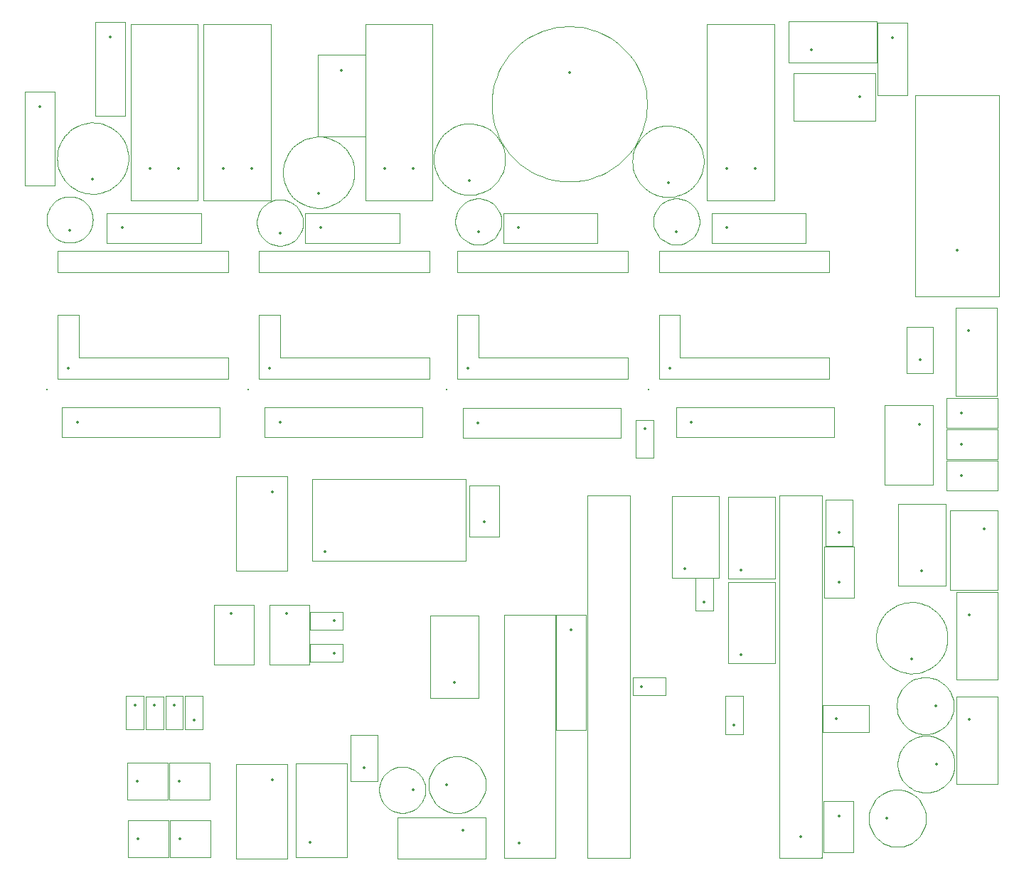
<source format=gbr>
%TF.GenerationSoftware,KiCad,Pcbnew,9.0.2*%
%TF.CreationDate,2025-08-05T17:44:50-07:00*%
%TF.ProjectId,telepresence-bot,74656c65-7072-4657-9365-6e63652d626f,rev?*%
%TF.SameCoordinates,Original*%
%TF.FileFunction,Component,L1,Top*%
%TF.FilePolarity,Positive*%
%FSLAX46Y46*%
G04 Gerber Fmt 4.6, Leading zero omitted, Abs format (unit mm)*
G04 Created by KiCad (PCBNEW 9.0.2) date 2025-08-05 17:44:50*
%MOMM*%
%LPD*%
G01*
G04 APERTURE LIST*
%TA.AperFunction,ComponentMain*%
%ADD10C,0.300000*%
%TD*%
%TA.AperFunction,ComponentOutline,Courtyard*%
%ADD11C,0.100000*%
%TD*%
%TA.AperFunction,ComponentPin*%
%ADD12P,0.360000X4X0.000000*%
%TD*%
%TA.AperFunction,ComponentPin*%
%ADD13C,0.100000*%
%TD*%
G04 APERTURE END LIST*
D10*
%TO.C,C15*%
%TO.CFtp,CP_Radial_D5.0mm_P2.50mm*%
%TO.CVal,4.7uF*%
%TO.CLbN,Capacitor_THT*%
%TO.CMnt,TH*%
%TO.CRot,90*%
X202999000Y-56958112D03*
D11*
X203164886Y-52965621D02*
X203494251Y-53005612D01*
X203816394Y-53085013D01*
X204126611Y-53202663D01*
X204420387Y-53356849D01*
X204693433Y-53545318D01*
X204941778Y-53765333D01*
X205161793Y-54013678D01*
X205350262Y-54286724D01*
X205504448Y-54580500D01*
X205622098Y-54890717D01*
X205701499Y-55212860D01*
X205741496Y-55542267D01*
X205743999Y-55708112D01*
X205741496Y-55873956D01*
X205701499Y-56203363D01*
X205622098Y-56525506D01*
X205504448Y-56835723D01*
X205350262Y-57129499D01*
X205161793Y-57402545D01*
X204941778Y-57650890D01*
X204693433Y-57870905D01*
X204420387Y-58059374D01*
X204126611Y-58213560D01*
X203816394Y-58331210D01*
X203494251Y-58410611D01*
X203164886Y-58450603D01*
X202833114Y-58450603D01*
X202503748Y-58410611D01*
X202181605Y-58331210D01*
X201871388Y-58213560D01*
X201577612Y-58059374D01*
X201304566Y-57870905D01*
X201056221Y-57650890D01*
X200836206Y-57402545D01*
X200647737Y-57129499D01*
X200493551Y-56835723D01*
X200375901Y-56525506D01*
X200296500Y-56203363D01*
X200256509Y-55873998D01*
X200256509Y-55542225D01*
X200296500Y-55212860D01*
X200375901Y-54890717D01*
X200493551Y-54580500D01*
X200647737Y-54286724D01*
X200836206Y-54013678D01*
X201056221Y-53765333D01*
X201304566Y-53545318D01*
X201577612Y-53356849D01*
X201871388Y-53202663D01*
X202181605Y-53085013D01*
X202503748Y-53005612D01*
X202833114Y-52965621D01*
X203164886Y-52965621D01*
D12*
%TO.P,C15,1*%
X202999000Y-56958112D03*
D13*
%TO.P,C15,2*%
X202999000Y-54458112D03*
%TD*%
D10*
%TO.C,R10*%
%TO.CFtp,R_Axial_DIN0204_L3.6mm_D1.6mm_P1.90mm_Vertical*%
%TO.CVal,220R*%
%TO.CLbN,Resistor_THT*%
%TO.CMnt,TH*%
%TO.CRot,0*%
X222448800Y-111078500D03*
D11*
X225303800Y-110033500D02*
X225303800Y-112123500D01*
X221403800Y-112123500D01*
X221403800Y-110033500D01*
X225303800Y-110033500D01*
D12*
%TO.P,R10,1*%
X222448800Y-111078500D03*
D13*
%TO.P,R10,2*%
X224348800Y-111078500D03*
%TD*%
D10*
%TO.C,U11*%
%TO.CFtp,TO-220-3_Vertical*%
%TO.CVal,LM1117DT-3.3*%
%TO.CLbN,Package_TO_SOT_THT*%
%TO.CMnt,TH*%
%TO.CRot,180*%
X201134800Y-128175000D03*
D11*
X203839800Y-126680000D02*
X203839800Y-131570000D01*
X193349800Y-131570000D01*
X193349800Y-126680000D01*
X203839800Y-126680000D01*
D12*
%TO.P,U11,1,GND*%
X201134800Y-128175000D03*
D13*
%TO.P,U11,2,VO*%
X198594800Y-128175000D03*
%TO.P,U11,3,VI*%
X196054800Y-128175000D03*
%TD*%
D10*
%TO.C,J17*%
%TO.CFtp,PinSocket_1x07_P2.54mm_Vertical*%
%TO.CVal,Conn_01x07_Pin*%
%TO.CLbN,Connector_PinSocket_2.54mm*%
%TO.CMnt,TH*%
%TO.CRot,90*%
X179377000Y-79600000D03*
D11*
X196372000Y-77855000D02*
X196372000Y-81395000D01*
X177582000Y-81395000D01*
X177582000Y-77855000D01*
X196372000Y-77855000D01*
D12*
%TO.P,J17,1,Pin_1*%
X179377000Y-79600000D03*
D13*
%TO.P,J17,2,Pin_2*%
X181917000Y-79600000D03*
%TO.P,J17,3,Pin_3*%
X184457000Y-79600000D03*
%TO.P,J17,4,Pin_4*%
X186997000Y-79600000D03*
%TO.P,J17,5,Pin_5*%
X189537000Y-79600000D03*
%TO.P,J17,6,Pin_6*%
X192077000Y-79600000D03*
%TO.P,J17,7,Pin_7*%
X194617000Y-79600000D03*
%TD*%
D10*
%TO.C,D5*%
%TO.CFtp,D_DO-201AD_P5.08mm_Vertical_KathodeUp*%
%TO.CVal,D_Schottky*%
%TO.CLbN,Diode_THT*%
%TO.CMnt,TH*%
%TO.CRot,180*%
X248440000Y-40850000D03*
D11*
X250285000Y-38005000D02*
X250285000Y-43695000D01*
X240515000Y-43695000D01*
X240515000Y-38005000D01*
X250285000Y-38005000D01*
D12*
%TO.P,D5,1,K*%
X248440000Y-40850000D03*
D13*
%TO.P,D5,2,A*%
X243360000Y-40850000D03*
%TD*%
D10*
%TO.C,J4*%
%TO.CFtp,BATT_CONNECTOR*%
%TO.CVal,BATT*%
%TO.CLbN,Connector*%
%TO.CMnt,TH*%
%TO.CRot,90*%
X260000000Y-59150000D03*
D11*
X264995000Y-40655000D02*
X264995000Y-64645000D01*
X255005000Y-64645000D01*
X255005000Y-40655000D01*
X264995000Y-40655000D01*
D12*
%TO.P,J4,1,Pin_1*%
X260000000Y-59150000D03*
D13*
%TO.P,J4,2,Pin_2*%
X260000000Y-46650000D03*
%TD*%
D10*
%TO.C,J11*%
%TO.CFtp,PinSocket_1x05_P2.54mm_Vertical*%
%TO.CVal,DRIVER_GPIO*%
%TO.CLbN,Connector_PinSocket_2.54mm*%
%TO.CMnt,TH*%
%TO.CRot,0*%
X214071200Y-104343200D03*
D11*
X215816200Y-102548200D02*
X215816200Y-116238200D01*
X212276200Y-116238200D01*
X212276200Y-102548200D01*
X215816200Y-102548200D01*
D12*
%TO.P,J11,1,Pin_1*%
X214071200Y-104343200D03*
D13*
%TO.P,J11,2,Pin_2*%
X214071200Y-106883200D03*
%TO.P,J11,3,Pin_3*%
X214071200Y-109423200D03*
%TO.P,J11,4,Pin_4*%
X214071200Y-111963200D03*
%TO.P,J11,5,Pin_5*%
X214071200Y-114503200D03*
%TD*%
D10*
%TO.C,J2*%
%TO.CFtp,PinHeader_1x02_P2.54mm_Vertical*%
%TO.CVal,EXT_PWR_BTN*%
%TO.CLbN,Connector_PinHeader_2.54mm*%
%TO.CMnt,TH*%
%TO.CRot,90*%
X260502400Y-78486000D03*
D11*
X264817400Y-76721000D02*
X264817400Y-80251000D01*
X258737400Y-80251000D01*
X258737400Y-76721000D01*
X264817400Y-76721000D01*
D12*
%TO.P,J2,1,Pin_1*%
X260502400Y-78486000D03*
D13*
%TO.P,J2,2,Pin_2*%
X263042400Y-78486000D03*
%TD*%
D10*
%TO.C,R41*%
%TO.CFtp,R_Axial_DIN0204_L3.6mm_D1.6mm_P2.54mm_Vertical*%
%TO.CVal,220R*%
%TO.CLbN,Resistor_THT*%
%TO.CMnt,TH*%
%TO.CRot,90*%
X233450000Y-115720000D03*
D11*
X234495000Y-112235000D02*
X234495000Y-116765000D01*
X232405000Y-116765000D01*
X232405000Y-112235000D01*
X234495000Y-112235000D01*
D12*
%TO.P,R41,1*%
X233450000Y-115720000D03*
D13*
%TO.P,R41,2*%
X233450000Y-113180000D03*
%TD*%
D10*
%TO.C,D1*%
%TO.CFtp,D_DO-41_SOD81_P2.54mm_Vertical_AnodeUp*%
%TO.CVal,3.6v*%
%TO.CLbN,Diode_THT*%
%TO.CMnt,TH*%
%TO.CRot,0*%
X245635000Y-114925000D03*
D11*
X249520000Y-113330000D02*
X249520000Y-116520000D01*
X244040000Y-116520000D01*
X244040000Y-113330000D01*
X249520000Y-113330000D01*
D12*
%TO.P,D1,1,A1*%
X245635000Y-114925000D03*
D13*
%TO.P,D1,2,A2*%
X248175000Y-114925000D03*
%TD*%
D10*
%TO.C,D8*%
%TO.CFtp,D_DO-201AD_P5.08mm_Vertical_KathodeUp*%
%TO.CVal,60V*%
%TO.CLbN,Diode_THT*%
%TO.CMnt,TH*%
%TO.CRot,-90*%
X186710000Y-37670000D03*
D11*
X189555000Y-35825000D02*
X189555000Y-45595000D01*
X183865000Y-45595000D01*
X183865000Y-35825000D01*
X189555000Y-35825000D01*
D12*
%TO.P,D8,1,A1*%
X186710000Y-37670000D03*
D13*
%TO.P,D8,2,A2*%
X186710000Y-42750000D03*
%TD*%
D10*
%TO.C,U1*%
%TO.CFtp,ESP32-C5-DevKitC-1-v1.2*%
%TO.CVal,~*%
%TO.CLbN,RF_Module*%
%TO.CMnt,TH*%
%TO.CRot,180*%
X243950000Y-131490000D03*
D11*
X243945000Y-88315000D02*
X243945000Y-131485000D01*
X238875000Y-131485000D01*
X238875000Y-88315000D01*
X243945000Y-88315000D01*
X221085000Y-88315000D02*
X221085000Y-131485000D01*
X216015000Y-131485000D01*
X216015000Y-88315000D01*
X221085000Y-88315000D01*
D12*
%TO.P,U1,1,3v3*%
X241410000Y-128950000D03*
D13*
%TO.P,U1,2,RST*%
X241410000Y-126410000D03*
%TO.P,U1,3,GPIO2/MTMS/LP_GPIO2/LP_UART_RTSN/LP_I2C_SDA/ADC1_CH1/FSPIQ*%
X241410000Y-123870000D03*
%TO.P,U1,4,GPIO3/LP_GPIO3/MTDI/LP_UART_CTSN/LP_I2C_SCL/ADC1_CH2*%
X241410000Y-121330000D03*
%TO.P,U1,5,GPIO0/XTAL_32K_P/LP_GPIO0/LP_UART_DTRN*%
X241410000Y-118790000D03*
%TO.P,U1,6,GPIO1/XTAL_32K_N/LP_GPIO1/LP_UART_DSRN/ADC1_CH0*%
X241410000Y-116250000D03*
%TO.P,U1,7,GPIO6/LP_GPIO6/ADC1_CH5/FSPICLK*%
X241410000Y-113710000D03*
%TO.P,U1,8,GPIO7/FSPID/SDIO_DATA1*%
X241410000Y-111170000D03*
%TO.P,U1,9,GPIO8/PAD_COMP0/SDIO_DATA0*%
X241410000Y-108630000D03*
%TO.P,U1,10,GPIO9/PAD_COMP1/SDIO_CLK*%
X241410000Y-106090000D03*
%TO.P,U1,11,GPIO10/FSPICS0/SDIO_CMD*%
X241410000Y-103550000D03*
%TO.P,U1,12,GPIO26*%
X241410000Y-101010000D03*
%TO.P,U1,13,GPIO25*%
X241410000Y-98470000D03*
%TO.P,U1,14,5v*%
X241410000Y-95930000D03*
%TO.P,U1,15,GND*%
X241410000Y-93390000D03*
%TO.P,U1,16,NC*%
X241410000Y-90850000D03*
%TO.P,U1,17,G*%
X218550000Y-128950000D03*
%TO.P,U1,18,TX*%
X218550000Y-126410000D03*
%TO.P,U1,19,RX*%
X218550000Y-123870000D03*
%TO.P,U1,20,GPIO24*%
X218550000Y-121330000D03*
%TO.P,U1,21,GPIO23*%
X218550000Y-118790000D03*
%TO.P,U1,22,NC/GPIO15*%
X218550000Y-116250000D03*
%TO.P,U1,23,GPIO27*%
X218550000Y-113710000D03*
%TO.P,U1,24,MTCK/GPIO4/LP_GPIO4/LP_UART_RXD/ADC1_CH3/FSPIHD*%
X218550000Y-111170000D03*
%TO.P,U1,25,MTDO/GPIO5/LP_GPIO5/LP_UART_TXD/ADC1_CH4/FSPIWP*%
X218550000Y-108630000D03*
%TO.P,U1,26,NC*%
X218550000Y-106090000D03*
%TO.P,U1,27,GPIO28*%
X218550000Y-103550000D03*
%TO.P,U1,28,G*%
X218550000Y-101010000D03*
%TO.P,U1,29,GPIO14/USBDP/SDIO_DATA2*%
X218550000Y-98470000D03*
%TO.P,U1,30,GPIO13/USBDM/SDIO_DATA3*%
X218550000Y-95930000D03*
%TO.P,U1,31,G*%
X218550000Y-93390000D03*
%TO.P,U1,32,NC*%
X218550000Y-90850000D03*
%TD*%
D10*
%TO.C,D4*%
%TO.CFtp,D_DO-41_SOD81_P2.54mm_Vertical_AnodeUp*%
%TO.CVal,Zen_12v*%
%TO.CLbN,Diode_THT*%
%TO.CMnt,TH*%
%TO.CRot,90*%
X255574800Y-72136000D03*
D11*
X257169800Y-68251000D02*
X257169800Y-73731000D01*
X253979800Y-73731000D01*
X253979800Y-68251000D01*
X257169800Y-68251000D01*
D12*
%TO.P,D4,1,K*%
X255574800Y-72136000D03*
D13*
%TO.P,D4,2,A*%
X255574800Y-69596000D03*
%TD*%
D10*
%TO.C,U13*%
%TO.CFtp,BTT-TMC5160PRO-v1.0*%
%TO.CVal,BTT TMC5160 Pro*%
%TO.CLbN,Module*%
%TO.CMnt,TH*%
%TO.CRot,90*%
X223229000Y-75690000D03*
D11*
X227034000Y-66805000D02*
X227034000Y-71885000D01*
X244814000Y-71885000D01*
X244814000Y-74415000D01*
X224504000Y-74415000D01*
X224504000Y-66805000D01*
X227034000Y-66805000D01*
X244814000Y-59185000D02*
X244814000Y-61715000D01*
X224504000Y-61715000D01*
X224504000Y-59185000D01*
X244814000Y-59185000D01*
D12*
%TO.P,U13,1,EN*%
X225769000Y-73150000D03*
D13*
%TO.P,U13,2,SDI/CFG1*%
X228309000Y-73150000D03*
%TO.P,U13,3,SCK/CFG2*%
X230849000Y-73150000D03*
%TO.P,U13,4,CSN/CFG3*%
X233389000Y-73150000D03*
%TO.P,U13,5,SDO/CFG0*%
X235929000Y-73150000D03*
%TO.P,U13,6,CLK/DCO*%
X238469000Y-73150000D03*
%TO.P,U13,7,STEP*%
X241009000Y-73150000D03*
%TO.P,U13,8,DIR*%
X243549000Y-73150000D03*
%TO.P,U13,9,Vm*%
X225769000Y-60450000D03*
%TO.P,U13,10,GND*%
X228309000Y-60450000D03*
%TO.P,U13,11,A2*%
X230849000Y-60450000D03*
%TO.P,U13,12,A1*%
X233389000Y-60450000D03*
%TO.P,U13,13,B1*%
X235929000Y-60450000D03*
%TO.P,U13,14,B2*%
X238469000Y-60450000D03*
%TO.P,U13,15,VCC_io*%
X241009000Y-60450000D03*
%TO.P,U13,16,GND*%
X243549000Y-60450000D03*
%TO.P,U13,17,DIAG0*%
X225769000Y-70610000D03*
%TO.P,U13,18,DIAG1*%
X225769000Y-68070000D03*
%TD*%
D10*
%TO.C,C17*%
%TO.CFtp,CP_Radial_D18.0mm_P7.50mm*%
%TO.CVal,1000uF*%
%TO.CLbN,Capacitor_THT*%
%TO.CMnt,TH*%
%TO.CRot,-90*%
X213850000Y-37950000D03*
D11*
X214152574Y-32457476D02*
X214756408Y-32497054D01*
X215356369Y-32576040D01*
X215949876Y-32694095D01*
X216534400Y-32850718D01*
X217107435Y-33045237D01*
X217666498Y-33276809D01*
X218209224Y-33544451D01*
X218733295Y-33847024D01*
X219236441Y-34183215D01*
X219716539Y-34551607D01*
X220171494Y-34950593D01*
X220599406Y-35378505D01*
X220998392Y-35833460D01*
X221366784Y-36313558D01*
X221702975Y-36816704D01*
X222005548Y-37340775D01*
X222273190Y-37883501D01*
X222504762Y-38442564D01*
X222699281Y-39015599D01*
X222855904Y-39600123D01*
X222973959Y-40193630D01*
X223052945Y-40793591D01*
X223092525Y-41397443D01*
X223094999Y-41700000D01*
X223092525Y-42002556D01*
X223052945Y-42606408D01*
X222973959Y-43206369D01*
X222855904Y-43799876D01*
X222699281Y-44384400D01*
X222504762Y-44957435D01*
X222273190Y-45516498D01*
X222005548Y-46059224D01*
X221702975Y-46583295D01*
X221366784Y-47086441D01*
X220998392Y-47566539D01*
X220599406Y-48021494D01*
X220171494Y-48449406D01*
X219716539Y-48848392D01*
X219236441Y-49216784D01*
X218733295Y-49552975D01*
X218209224Y-49855548D01*
X217666498Y-50123190D01*
X217107435Y-50354762D01*
X216534400Y-50549281D01*
X215949876Y-50705904D01*
X215356369Y-50823959D01*
X214756408Y-50902945D01*
X214152574Y-50942524D01*
X213547426Y-50942524D01*
X212943591Y-50902945D01*
X212343630Y-50823959D01*
X211750123Y-50705904D01*
X211165599Y-50549281D01*
X210592564Y-50354762D01*
X210033501Y-50123190D01*
X209490775Y-49855548D01*
X208966704Y-49552975D01*
X208463558Y-49216784D01*
X207983460Y-48848392D01*
X207528505Y-48449406D01*
X207100593Y-48021494D01*
X206701607Y-47566539D01*
X206333215Y-47086441D01*
X205997024Y-46583295D01*
X205694451Y-46059224D01*
X205426809Y-45516498D01*
X205195237Y-44957435D01*
X205000718Y-44384400D01*
X204844095Y-43799876D01*
X204726040Y-43206369D01*
X204647054Y-42606408D01*
X204607476Y-42002573D01*
X204607476Y-41397426D01*
X204647054Y-40793591D01*
X204726040Y-40193630D01*
X204844095Y-39600123D01*
X205000718Y-39015599D01*
X205195237Y-38442564D01*
X205426809Y-37883501D01*
X205694451Y-37340775D01*
X205997024Y-36816704D01*
X206333215Y-36313558D01*
X206701607Y-35833460D01*
X207100593Y-35378505D01*
X207528505Y-34950593D01*
X207983460Y-34551607D01*
X208463558Y-34183215D01*
X208966704Y-33847024D01*
X209490775Y-33544451D01*
X210033501Y-33276809D01*
X210592564Y-33045237D01*
X211165599Y-32850718D01*
X211750123Y-32694095D01*
X212343630Y-32576040D01*
X212943591Y-32497054D01*
X213547426Y-32457476D01*
X214152574Y-32457476D01*
D12*
%TO.P,C17,1*%
X213850000Y-37950000D03*
D13*
%TO.P,C17,2*%
X213850000Y-45450000D03*
%TD*%
D10*
%TO.C,U15*%
%TO.CFtp,BTT-TMC5160PRO-v1.0*%
%TO.CVal,BTT TMC5160 Pro*%
%TO.CLbN,Module*%
%TO.CMnt,TH*%
%TO.CRot,90*%
X151649000Y-75690000D03*
D11*
X155454000Y-66805000D02*
X155454000Y-71885000D01*
X173234000Y-71885000D01*
X173234000Y-74415000D01*
X152924000Y-74415000D01*
X152924000Y-66805000D01*
X155454000Y-66805000D01*
X173234000Y-59185000D02*
X173234000Y-61715000D01*
X152924000Y-61715000D01*
X152924000Y-59185000D01*
X173234000Y-59185000D01*
D12*
%TO.P,U15,1,EN*%
X154189000Y-73150000D03*
D13*
%TO.P,U15,2,SDI/CFG1*%
X156729000Y-73150000D03*
%TO.P,U15,3,SCK/CFG2*%
X159269000Y-73150000D03*
%TO.P,U15,4,CSN/CFG3*%
X161809000Y-73150000D03*
%TO.P,U15,5,SDO/CFG0*%
X164349000Y-73150000D03*
%TO.P,U15,6,CLK/DCO*%
X166889000Y-73150000D03*
%TO.P,U15,7,STEP*%
X169429000Y-73150000D03*
%TO.P,U15,8,DIR*%
X171969000Y-73150000D03*
%TO.P,U15,9,Vm*%
X154189000Y-60450000D03*
%TO.P,U15,10,GND*%
X156729000Y-60450000D03*
%TO.P,U15,11,A2*%
X159269000Y-60450000D03*
%TO.P,U15,12,A1*%
X161809000Y-60450000D03*
%TO.P,U15,13,B1*%
X164349000Y-60450000D03*
%TO.P,U15,14,B2*%
X166889000Y-60450000D03*
%TO.P,U15,15,VCC_io*%
X169429000Y-60450000D03*
%TO.P,U15,16,GND*%
X171969000Y-60450000D03*
%TO.P,U15,17,DIAG0*%
X154189000Y-70610000D03*
%TO.P,U15,18,DIAG1*%
X154189000Y-68070000D03*
%TD*%
D10*
%TO.C,C5*%
%TO.CFtp,CP_Radial_D6.3mm_P2.50mm*%
%TO.CVal,100uF*%
%TO.CLbN,Capacitor_THT*%
%TO.CMnt,TH*%
%TO.CRot,180*%
X257465200Y-113385600D03*
D11*
X256582537Y-110008027D02*
X256945555Y-110067540D01*
X257300024Y-110165958D01*
X257641767Y-110302121D01*
X257966793Y-110474439D01*
X258271268Y-110680879D01*
X258551650Y-110919037D01*
X258804641Y-111186116D01*
X259027263Y-111478971D01*
X259216922Y-111794187D01*
X259371389Y-112128059D01*
X259488851Y-112476675D01*
X259567931Y-112835943D01*
X259607710Y-113201696D01*
X259610199Y-113385600D01*
X259607710Y-113569503D01*
X259567931Y-113935256D01*
X259488851Y-114294524D01*
X259371389Y-114643140D01*
X259216922Y-114977012D01*
X259027263Y-115292228D01*
X258804641Y-115585083D01*
X258551650Y-115852162D01*
X258271268Y-116090320D01*
X257966793Y-116296760D01*
X257641767Y-116469078D01*
X257300024Y-116605241D01*
X256945555Y-116703659D01*
X256582537Y-116763172D01*
X256215200Y-116783089D01*
X255847862Y-116763172D01*
X255484844Y-116703659D01*
X255130375Y-116605241D01*
X254788632Y-116469078D01*
X254463606Y-116296760D01*
X254159131Y-116090320D01*
X253878749Y-115852162D01*
X253625758Y-115585083D01*
X253403136Y-115292228D01*
X253213477Y-114977012D01*
X253059010Y-114643140D01*
X252941548Y-114294524D01*
X252862468Y-113935256D01*
X252822693Y-113569532D01*
X252822693Y-113201667D01*
X252862468Y-112835943D01*
X252941548Y-112476675D01*
X253059010Y-112128059D01*
X253213477Y-111794187D01*
X253403136Y-111478971D01*
X253625758Y-111186116D01*
X253878749Y-110919037D01*
X254159131Y-110680879D01*
X254463606Y-110474439D01*
X254788632Y-110302121D01*
X255130375Y-110165958D01*
X255484844Y-110067540D01*
X255847862Y-110008027D01*
X256215200Y-109988110D01*
X256582537Y-110008027D01*
D12*
%TO.P,C5,1*%
X257465200Y-113385600D03*
D13*
%TO.P,C5,2*%
X254965200Y-113385600D03*
%TD*%
D10*
%TO.C,R2*%
%TO.CFtp,R_Axial_DIN0204_L3.6mm_D1.6mm_P1.90mm_Vertical*%
%TO.CVal,470R*%
%TO.CLbN,Resistor_THT*%
%TO.CMnt,TH*%
%TO.CRot,-90*%
X164450000Y-113300000D03*
D11*
X165495000Y-112255000D02*
X165495000Y-116155000D01*
X163405000Y-116155000D01*
X163405000Y-112255000D01*
X165495000Y-112255000D01*
D12*
%TO.P,R2,1*%
X164450000Y-113300000D03*
D13*
%TO.P,R2,2*%
X164450000Y-115200000D03*
%TD*%
D10*
%TO.C,F6*%
%TO.CFtp,XFCN XF-508P-A-B*%
%TO.CVal,Fuse*%
%TO.CLbN,Fuse*%
%TO.CMnt,TH*%
%TO.CRot,90*%
X232541000Y-49407000D03*
D11*
X238236000Y-32177000D02*
X238236000Y-53167000D01*
X230246000Y-53167000D01*
X230246000Y-32177000D01*
X238236000Y-32177000D01*
D12*
%TO.P,F6,1*%
X235941000Y-49407000D03*
X232541000Y-49407000D03*
D13*
%TO.P,F6,2*%
X235941000Y-35937000D03*
X232541000Y-35937000D03*
%TD*%
D10*
%TO.C,U12*%
%TO.CFtp,DIP-4_W7.62mm*%
%TO.CVal,SFH617A-1*%
%TO.CLbN,Package_DIP*%
%TO.CMnt,TH*%
%TO.CRot,90*%
X227610000Y-97080000D03*
D11*
X231675000Y-88415000D02*
X231675000Y-98135000D01*
X226095000Y-98135000D01*
X226095000Y-88415000D01*
X231675000Y-88415000D01*
D12*
%TO.P,U12,1*%
X227610000Y-97080000D03*
D13*
%TO.P,U12,2*%
X230150000Y-97080000D03*
%TO.P,U12,3*%
X230150000Y-89460000D03*
%TO.P,U12,4*%
X227610000Y-89460000D03*
%TD*%
D10*
%TO.C,Q3*%
%TO.CFtp,TO-92_Inline_Wide*%
%TO.CVal,2N3904*%
%TO.CLbN,Package_TO_SOT_THT*%
%TO.CMnt,TH*%
%TO.CRot,-90*%
X180150000Y-102370000D03*
D11*
X182875000Y-101365000D02*
X182875000Y-108455000D01*
X178145000Y-108455000D01*
X178145000Y-101365000D01*
X182875000Y-101365000D01*
D12*
%TO.P,Q3,1,E*%
X180150000Y-102370000D03*
D13*
%TO.P,Q3,2,B*%
X180150000Y-104910000D03*
%TO.P,Q3,3,C*%
X180150000Y-107450000D03*
%TD*%
D10*
%TO.C,J8*%
%TO.CFtp,PinSocket_1x04_P2.54mm_Vertical*%
%TO.CVal,VMOT*%
%TO.CLbN,Connector_PinSocket_2.54mm*%
%TO.CMnt,TH*%
%TO.CRot,0*%
X159200000Y-33700000D03*
D11*
X160945000Y-31905000D02*
X160945000Y-43095000D01*
X157405000Y-43095000D01*
X157405000Y-31905000D01*
X160945000Y-31905000D01*
D12*
%TO.P,J8,1,Pin_1*%
X159200000Y-33700000D03*
D13*
%TO.P,J8,2,Pin_2*%
X159200000Y-36240000D03*
%TO.P,J8,3,Pin_3*%
X159200000Y-38780000D03*
%TO.P,J8,4,Pin_4*%
X159200000Y-41320000D03*
%TD*%
D10*
%TO.C,Q4*%
%TO.CFtp,TO-92_Inline_Wide*%
%TO.CVal,2N3904*%
%TO.CLbN,Package_TO_SOT_THT*%
%TO.CMnt,TH*%
%TO.CRot,-90*%
X173540000Y-102360000D03*
D11*
X176265000Y-101355000D02*
X176265000Y-108445000D01*
X171535000Y-108445000D01*
X171535000Y-101355000D01*
X176265000Y-101355000D01*
D12*
%TO.P,Q4,1,E*%
X173540000Y-102360000D03*
D13*
%TO.P,Q4,2,B*%
X173540000Y-104900000D03*
%TO.P,Q4,3,C*%
X173540000Y-107440000D03*
%TD*%
D10*
%TO.C,R64*%
%TO.CFtp,R_Axial_DIN0204_L3.6mm_D1.6mm_P1.90mm_Vertical*%
%TO.CVal,470R*%
%TO.CLbN,Resistor_THT*%
%TO.CMnt,TH*%
%TO.CRot,90*%
X169150000Y-115105000D03*
D11*
X170195000Y-112250000D02*
X170195000Y-116150000D01*
X168105000Y-116150000D01*
X168105000Y-112250000D01*
X170195000Y-112250000D01*
D12*
%TO.P,R64,1*%
X169150000Y-115105000D03*
D13*
%TO.P,R64,2*%
X169150000Y-113205000D03*
%TD*%
D10*
%TO.C,F7*%
%TO.CFtp,XFCN XF-508P-A-B*%
%TO.CVal,Fuse*%
%TO.CLbN,Fuse*%
%TO.CMnt,TH*%
%TO.CRot,90*%
X172597000Y-49407000D03*
D11*
X178292000Y-32177000D02*
X178292000Y-53167000D01*
X170302000Y-53167000D01*
X170302000Y-32177000D01*
X178292000Y-32177000D01*
D12*
%TO.P,F7,1*%
X172597000Y-49407000D03*
X175997000Y-49407000D03*
D13*
%TO.P,F7,2*%
X172597000Y-35937000D03*
X175997000Y-35937000D03*
%TD*%
D10*
%TO.C,U9*%
%TO.CFtp,DIP-14_W7.62mm*%
%TO.CVal,74LVC125*%
%TO.CLbN,Package_DIP*%
%TO.CMnt,TH*%
%TO.CRot,90*%
X184759600Y-95046800D03*
D11*
X201524600Y-86381800D02*
X201524600Y-96101800D01*
X183234600Y-96101800D01*
X183234600Y-86381800D01*
X201524600Y-86381800D01*
D12*
%TO.P,U9,1*%
X184759600Y-95046800D03*
D13*
%TO.P,U9,2*%
X187299600Y-95046800D03*
%TO.P,U9,3*%
X189839600Y-95046800D03*
%TO.P,U9,4*%
X192379600Y-95046800D03*
%TO.P,U9,5*%
X194919600Y-95046800D03*
%TO.P,U9,6*%
X197459600Y-95046800D03*
%TO.P,U9,7,GND*%
X199999600Y-95046800D03*
%TO.P,U9,8*%
X199999600Y-87426800D03*
%TO.P,U9,9*%
X197459600Y-87426800D03*
%TO.P,U9,10*%
X194919600Y-87426800D03*
%TO.P,U9,11*%
X192379600Y-87426800D03*
%TO.P,U9,12*%
X189839600Y-87426800D03*
%TO.P,U9,13*%
X187299600Y-87426800D03*
%TO.P,U9,14,VCC*%
X184759600Y-87426800D03*
%TD*%
D10*
%TO.C,J3*%
%TO.CFtp,PinHeader_1x02_P2.54mm_Vertical*%
%TO.CVal,IOLV_IN*%
%TO.CLbN,Connector_PinHeader_2.54mm*%
%TO.CMnt,TH*%
%TO.CRot,90*%
X260497400Y-85953600D03*
D11*
X264812400Y-84188600D02*
X264812400Y-87718600D01*
X258732400Y-87718600D01*
X258732400Y-84188600D01*
X264812400Y-84188600D01*
D12*
%TO.P,J3,1,Pin_1*%
X260497400Y-85953600D03*
D13*
%TO.P,J3,2,Pin_2*%
X263037400Y-85953600D03*
%TD*%
D10*
%TO.C,J15*%
%TO.CFtp,PinSocket_1x07_P2.54mm_Vertical*%
%TO.CVal,Conn_01x07_Pin*%
%TO.CLbN,Connector_PinSocket_2.54mm*%
%TO.CMnt,TH*%
%TO.CRot,90*%
X228369000Y-79600000D03*
D11*
X245364000Y-77855000D02*
X245364000Y-81395000D01*
X226574000Y-81395000D01*
X226574000Y-77855000D01*
X245364000Y-77855000D01*
D12*
%TO.P,J15,1,Pin_1*%
X228369000Y-79600000D03*
D13*
%TO.P,J15,2,Pin_2*%
X230909000Y-79600000D03*
%TO.P,J15,3,Pin_3*%
X233449000Y-79600000D03*
%TO.P,J15,4,Pin_4*%
X235989000Y-79600000D03*
%TO.P,J15,5,Pin_5*%
X238529000Y-79600000D03*
%TO.P,J15,6,Pin_6*%
X241069000Y-79600000D03*
%TO.P,J15,7,Pin_7*%
X243609000Y-79600000D03*
%TD*%
D10*
%TO.C,JP2*%
%TO.CFtp,PinSocket_1x02_P2.54mm_Vertical*%
%TO.CVal,Jumper_2_Bridged*%
%TO.CLbN,Connector_PinSocket_2.54mm*%
%TO.CMnt,TH*%
%TO.CRot,180*%
X245925000Y-98700000D03*
D11*
X247720000Y-94405000D02*
X247720000Y-100495000D01*
X244180000Y-100495000D01*
X244180000Y-94405000D01*
X247720000Y-94405000D01*
D12*
%TO.P,JP2,1,A*%
X245925000Y-98700000D03*
D13*
%TO.P,JP2,2,B*%
X245925000Y-96160000D03*
%TD*%
D10*
%TO.C,J9*%
%TO.CFtp,PinSocket_1x03_P2.54mm_Vertical*%
%TO.CVal,BP_MOTOR_ENABLE*%
%TO.CLbN,Connector_PinSocket_2.54mm*%
%TO.CMnt,TH*%
%TO.CRot,0*%
X252323600Y-33832800D03*
D11*
X254068600Y-32037800D02*
X254068600Y-40677800D01*
X250528600Y-40677800D01*
X250528600Y-32037800D01*
X254068600Y-32037800D01*
D12*
%TO.P,J9,1,Pin_1*%
X252323600Y-33832800D03*
D13*
%TO.P,J9,2,Pin_2*%
X252323600Y-36372800D03*
%TO.P,J9,3,Pin_3*%
X252323600Y-38912800D03*
%TD*%
D10*
%TO.C,U7*%
%TO.CFtp,BTT-TMC5160PRO-v1.0*%
%TO.CVal,BTT TMC5160 Pro*%
%TO.CLbN,Module*%
%TO.CMnt,TH*%
%TO.CRot,90*%
X199259000Y-75690000D03*
D11*
X203064000Y-66805000D02*
X203064000Y-71885000D01*
X220844000Y-71885000D01*
X220844000Y-74415000D01*
X200534000Y-74415000D01*
X200534000Y-66805000D01*
X203064000Y-66805000D01*
X220844000Y-59185000D02*
X220844000Y-61715000D01*
X200534000Y-61715000D01*
X200534000Y-59185000D01*
X220844000Y-59185000D01*
D12*
%TO.P,U7,1,EN*%
X201799000Y-73150000D03*
D13*
%TO.P,U7,2,SDI/CFG1*%
X204339000Y-73150000D03*
%TO.P,U7,3,SCK/CFG2*%
X206879000Y-73150000D03*
%TO.P,U7,4,CSN/CFG3*%
X209419000Y-73150000D03*
%TO.P,U7,5,SDO/CFG0*%
X211959000Y-73150000D03*
%TO.P,U7,6,CLK/DCO*%
X214499000Y-73150000D03*
%TO.P,U7,7,STEP*%
X217039000Y-73150000D03*
%TO.P,U7,8,DIR*%
X219579000Y-73150000D03*
%TO.P,U7,9,Vm*%
X201799000Y-60450000D03*
%TO.P,U7,10,GND*%
X204339000Y-60450000D03*
%TO.P,U7,11,A2*%
X206879000Y-60450000D03*
%TO.P,U7,12,A1*%
X209419000Y-60450000D03*
%TO.P,U7,13,B1*%
X211959000Y-60450000D03*
%TO.P,U7,14,B2*%
X214499000Y-60450000D03*
%TO.P,U7,15,VCC_io*%
X217039000Y-60450000D03*
%TO.P,U7,16,GND*%
X219579000Y-60450000D03*
%TO.P,U7,17,DIAG0*%
X201799000Y-70610000D03*
%TO.P,U7,18,DIAG1*%
X201799000Y-68070000D03*
%TD*%
D10*
%TO.C,J20*%
%TO.CFtp,PinSocket_1x04_P2.54mm_Vertical*%
%TO.CVal,MOT_CON*%
%TO.CLbN,Connector_PinSocket_2.54mm*%
%TO.CMnt,TH*%
%TO.CRot,90*%
X160579000Y-56450000D03*
D11*
X169974000Y-54705000D02*
X169974000Y-58245000D01*
X158784000Y-58245000D01*
X158784000Y-54705000D01*
X169974000Y-54705000D01*
D12*
%TO.P,J20,1,Pin_1*%
X160579000Y-56450000D03*
D13*
%TO.P,J20,2,Pin_2*%
X163119000Y-56450000D03*
%TO.P,J20,3,Pin_3*%
X165659000Y-56450000D03*
%TO.P,J20,4,Pin_4*%
X168199000Y-56450000D03*
%TD*%
D10*
%TO.C,F4*%
%TO.CFtp,XFCN XF-508P-A-B*%
%TO.CVal,Fuse*%
%TO.CLbN,Fuse*%
%TO.CMnt,TH*%
%TO.CRot,90*%
X191869000Y-49407000D03*
D11*
X197564000Y-32177000D02*
X197564000Y-53167000D01*
X189574000Y-53167000D01*
X189574000Y-32177000D01*
X197564000Y-32177000D01*
D12*
%TO.P,F4,1*%
X191869000Y-49407000D03*
X195269000Y-49407000D03*
D13*
%TO.P,F4,2*%
X191869000Y-35937000D03*
X195269000Y-35937000D03*
%TD*%
D10*
%TO.C,C30*%
%TO.CFtp,CP_Radial_D8.0mm_P5.00mm*%
%TO.CVal,100uF*%
%TO.CLbN,Capacitor_THT*%
%TO.CMnt,TH*%
%TO.CRot,90*%
X225600000Y-51043651D03*
D11*
X225907665Y-44307330D02*
X226315100Y-44356801D01*
X226715845Y-44445363D01*
X227106173Y-44572187D01*
X227482445Y-44736096D01*
X227841143Y-44935555D01*
X228178907Y-45168697D01*
X228492598Y-45433354D01*
X228779286Y-45727055D01*
X229036282Y-46047045D01*
X229261196Y-46390347D01*
X229451929Y-46753758D01*
X229606697Y-47133880D01*
X229724053Y-47527159D01*
X229802907Y-47929935D01*
X229842521Y-48338471D01*
X229844999Y-48543651D01*
X229842521Y-48748830D01*
X229802907Y-49157366D01*
X229724053Y-49560142D01*
X229606697Y-49953421D01*
X229451929Y-50333543D01*
X229261196Y-50696954D01*
X229036282Y-51040256D01*
X228779286Y-51360246D01*
X228492598Y-51653947D01*
X228178907Y-51918604D01*
X227841143Y-52151746D01*
X227482445Y-52351205D01*
X227106173Y-52515114D01*
X226715845Y-52641938D01*
X226315100Y-52730500D01*
X225907665Y-52779971D01*
X225497361Y-52789889D01*
X225088026Y-52760160D01*
X224683454Y-52691062D01*
X224287458Y-52583243D01*
X223903706Y-52437706D01*
X223535792Y-52255810D01*
X223187161Y-52039260D01*
X222861041Y-51790062D01*
X222560515Y-51510569D01*
X222288346Y-51203354D01*
X222047112Y-50871324D01*
X221839041Y-50517547D01*
X221666096Y-50145361D01*
X221529870Y-49758197D01*
X221431652Y-49359705D01*
X221372350Y-48953586D01*
X221352521Y-48543651D01*
X221372350Y-48133715D01*
X221431652Y-47727596D01*
X221529870Y-47329104D01*
X221666096Y-46941940D01*
X221839041Y-46569754D01*
X222047112Y-46215977D01*
X222288346Y-45883947D01*
X222560515Y-45576732D01*
X222861041Y-45297239D01*
X223187161Y-45048041D01*
X223535792Y-44831491D01*
X223903706Y-44649595D01*
X224287458Y-44504058D01*
X224683454Y-44396239D01*
X225088026Y-44327141D01*
X225497361Y-44297412D01*
X225907665Y-44307330D01*
D12*
%TO.P,C30,1*%
X225600000Y-51043651D03*
D13*
%TO.P,C30,2*%
X225600000Y-46043651D03*
%TD*%
D10*
%TO.C,C3*%
%TO.CFtp,CP_Radial_D6.3mm_P2.50mm*%
%TO.CVal,100uF*%
%TO.CLbN,Capacitor_THT*%
%TO.CMnt,TH*%
%TO.CRot,180*%
X257566800Y-120345200D03*
D11*
X256684137Y-116967627D02*
X257047155Y-117027140D01*
X257401624Y-117125558D01*
X257743367Y-117261721D01*
X258068393Y-117434039D01*
X258372868Y-117640479D01*
X258653250Y-117878637D01*
X258906241Y-118145716D01*
X259128863Y-118438571D01*
X259318522Y-118753787D01*
X259472989Y-119087659D01*
X259590451Y-119436275D01*
X259669531Y-119795543D01*
X259709310Y-120161296D01*
X259711799Y-120345200D01*
X259709310Y-120529103D01*
X259669531Y-120894856D01*
X259590451Y-121254124D01*
X259472989Y-121602740D01*
X259318522Y-121936612D01*
X259128863Y-122251828D01*
X258906241Y-122544683D01*
X258653250Y-122811762D01*
X258372868Y-123049920D01*
X258068393Y-123256360D01*
X257743367Y-123428678D01*
X257401624Y-123564841D01*
X257047155Y-123663259D01*
X256684137Y-123722772D01*
X256316800Y-123742689D01*
X255949462Y-123722772D01*
X255586444Y-123663259D01*
X255231975Y-123564841D01*
X254890232Y-123428678D01*
X254565206Y-123256360D01*
X254260731Y-123049920D01*
X253980349Y-122811762D01*
X253727358Y-122544683D01*
X253504736Y-122251828D01*
X253315077Y-121936612D01*
X253160610Y-121602740D01*
X253043148Y-121254124D01*
X252964068Y-120894856D01*
X252924293Y-120529132D01*
X252924293Y-120161267D01*
X252964068Y-119795543D01*
X253043148Y-119436275D01*
X253160610Y-119087659D01*
X253315077Y-118753787D01*
X253504736Y-118438571D01*
X253727358Y-118145716D01*
X253980349Y-117878637D01*
X254260731Y-117640479D01*
X254565206Y-117434039D01*
X254890232Y-117261721D01*
X255231975Y-117125558D01*
X255586444Y-117027140D01*
X255949462Y-116967627D01*
X256316800Y-116947710D01*
X256684137Y-116967627D01*
D12*
%TO.P,C3,1*%
X257566800Y-120345200D03*
D13*
%TO.P,C3,2*%
X255066800Y-120345200D03*
%TD*%
D10*
%TO.C,R14*%
%TO.CFtp,R_Axial_DIN0204_L3.6mm_D1.6mm_P1.90mm_Vertical*%
%TO.CVal,1k*%
%TO.CLbN,Resistor_THT*%
%TO.CMnt,TH*%
%TO.CRot,180*%
X185805000Y-103250000D03*
D11*
X186850000Y-102205000D02*
X186850000Y-104295000D01*
X182950000Y-104295000D01*
X182950000Y-102205000D01*
X186850000Y-102205000D01*
D12*
%TO.P,R14,1*%
X185805000Y-103250000D03*
D13*
%TO.P,R14,2*%
X183905000Y-103250000D03*
%TD*%
D10*
%TO.C,D7*%
%TO.CFtp,D_DO-41_SOD81_P2.54mm_Vertical_AnodeUp*%
%TO.CVal,3.6v*%
%TO.CLbN,Diode_THT*%
%TO.CMnt,TH*%
%TO.CRot,90*%
X189400000Y-120740000D03*
D11*
X190995000Y-116855000D02*
X190995000Y-122335000D01*
X187805000Y-122335000D01*
X187805000Y-116855000D01*
X190995000Y-116855000D01*
D12*
%TO.P,D7,1,A1*%
X189400000Y-120740000D03*
D13*
%TO.P,D7,2,A2*%
X189400000Y-118200000D03*
%TD*%
D10*
%TO.C,D2*%
%TO.CFtp,LED_D3.0mm*%
%TO.CVal,LED*%
%TO.CLbN,LED_THT*%
%TO.CMnt,TH*%
%TO.CRot,0*%
X162370000Y-122400000D03*
D11*
X166055000Y-120195000D02*
X166055000Y-124605000D01*
X161225000Y-124605000D01*
X161225000Y-120195000D01*
X166055000Y-120195000D01*
D12*
%TO.P,D2,1,K*%
X162370000Y-122400000D03*
D13*
%TO.P,D2,2,A*%
X164910000Y-122400000D03*
%TD*%
D10*
%TO.C,J16*%
%TO.CFtp,PinSocket_1x04_P2.54mm_Vertical*%
%TO.CVal,MOT_CON*%
%TO.CLbN,Connector_PinSocket_2.54mm*%
%TO.CMnt,TH*%
%TO.CRot,90*%
X232599000Y-56450000D03*
D11*
X241994000Y-54705000D02*
X241994000Y-58245000D01*
X230804000Y-58245000D01*
X230804000Y-54705000D01*
X241994000Y-54705000D01*
D12*
%TO.P,J16,1,Pin_1*%
X232599000Y-56450000D03*
D13*
%TO.P,J16,2,Pin_2*%
X235139000Y-56450000D03*
%TO.P,J16,3,Pin_3*%
X237679000Y-56450000D03*
%TO.P,J16,4,Pin_4*%
X240219000Y-56450000D03*
%TD*%
D10*
%TO.C,D11*%
%TO.CFtp,LED_D3.0mm*%
%TO.CVal,LED*%
%TO.CLbN,LED_THT*%
%TO.CMnt,TH*%
%TO.CRot,0*%
X167350000Y-122400000D03*
D11*
X171035000Y-120195000D02*
X171035000Y-124605000D01*
X166205000Y-124605000D01*
X166205000Y-120195000D01*
X171035000Y-120195000D01*
D12*
%TO.P,D11,1,K*%
X167350000Y-122400000D03*
D13*
%TO.P,D11,2,A*%
X169890000Y-122400000D03*
%TD*%
D10*
%TO.C,D6*%
%TO.CFtp,D_DO-41_SOD81_P2.54mm_Vertical_AnodeUp*%
%TO.CVal,Zener-12v*%
%TO.CLbN,Diode_THT*%
%TO.CMnt,TH*%
%TO.CRot,90*%
X245950000Y-92752183D03*
D11*
X247545000Y-88867183D02*
X247545000Y-94347183D01*
X244355000Y-94347183D01*
X244355000Y-88867183D01*
X247545000Y-88867183D01*
D12*
%TO.P,D6,1,K*%
X245950000Y-92752183D03*
D13*
%TO.P,D6,2,A*%
X245950000Y-90212183D03*
%TD*%
D10*
%TO.C,C1*%
%TO.CFtp,CP_Radial_D8.0mm_P5.00mm*%
%TO.CVal,100uF*%
%TO.CLbN,Capacitor_THT*%
%TO.CMnt,TH*%
%TO.CRot,90*%
X254625000Y-107800000D03*
D11*
X254932665Y-101063679D02*
X255340100Y-101113150D01*
X255740845Y-101201712D01*
X256131173Y-101328536D01*
X256507445Y-101492445D01*
X256866143Y-101691904D01*
X257203907Y-101925046D01*
X257517598Y-102189703D01*
X257804286Y-102483404D01*
X258061282Y-102803394D01*
X258286196Y-103146696D01*
X258476929Y-103510107D01*
X258631697Y-103890229D01*
X258749053Y-104283508D01*
X258827907Y-104686284D01*
X258867521Y-105094820D01*
X258869999Y-105300000D01*
X258867521Y-105505179D01*
X258827907Y-105913715D01*
X258749053Y-106316491D01*
X258631697Y-106709770D01*
X258476929Y-107089892D01*
X258286196Y-107453303D01*
X258061282Y-107796605D01*
X257804286Y-108116595D01*
X257517598Y-108410296D01*
X257203907Y-108674953D01*
X256866143Y-108908095D01*
X256507445Y-109107554D01*
X256131173Y-109271463D01*
X255740845Y-109398287D01*
X255340100Y-109486849D01*
X254932665Y-109536320D01*
X254522361Y-109546238D01*
X254113026Y-109516509D01*
X253708454Y-109447411D01*
X253312458Y-109339592D01*
X252928706Y-109194055D01*
X252560792Y-109012159D01*
X252212161Y-108795609D01*
X251886041Y-108546411D01*
X251585515Y-108266918D01*
X251313346Y-107959703D01*
X251072112Y-107627673D01*
X250864041Y-107273896D01*
X250691096Y-106901710D01*
X250554870Y-106514546D01*
X250456652Y-106116054D01*
X250397350Y-105709935D01*
X250377521Y-105300000D01*
X250397350Y-104890064D01*
X250456652Y-104483945D01*
X250554870Y-104085453D01*
X250691096Y-103698289D01*
X250864041Y-103326103D01*
X251072112Y-102972326D01*
X251313346Y-102640296D01*
X251585515Y-102333081D01*
X251886041Y-102053588D01*
X252212161Y-101804390D01*
X252560792Y-101587840D01*
X252928706Y-101405944D01*
X253312458Y-101260407D01*
X253708454Y-101152588D01*
X254113026Y-101083490D01*
X254522361Y-101053761D01*
X254932665Y-101063679D01*
D12*
%TO.P,C1,1*%
X254625000Y-107800000D03*
D13*
%TO.P,C1,2*%
X254625000Y-102800000D03*
%TD*%
D10*
%TO.C,R70*%
%TO.CFtp,R_Axial_DIN0204_L3.6mm_D1.6mm_P1.90mm_Vertical*%
%TO.CVal,470R*%
%TO.CLbN,Resistor_THT*%
%TO.CMnt,TH*%
%TO.CRot,-90*%
X166800000Y-113295000D03*
D11*
X167845000Y-112250000D02*
X167845000Y-116150000D01*
X165755000Y-116150000D01*
X165755000Y-112250000D01*
X167845000Y-112250000D01*
D12*
%TO.P,R70,1*%
X166800000Y-113295000D03*
D13*
%TO.P,R70,2*%
X166800000Y-115195000D03*
%TD*%
D10*
%TO.C,R15*%
%TO.CFtp,R_Axial_DIN0204_L3.6mm_D1.6mm_P1.90mm_Vertical*%
%TO.CVal,1k*%
%TO.CLbN,Resistor_THT*%
%TO.CMnt,TH*%
%TO.CRot,180*%
X185805000Y-107100000D03*
D11*
X186850000Y-106055000D02*
X186850000Y-108145000D01*
X182950000Y-108145000D01*
X182950000Y-106055000D01*
X186850000Y-106055000D01*
D12*
%TO.P,R15,1*%
X185805000Y-107100000D03*
D13*
%TO.P,R15,2*%
X183905000Y-107100000D03*
%TD*%
D10*
%TO.C,D10*%
%TO.CFtp,LED_D3.0mm*%
%TO.CVal,LED*%
%TO.CLbN,LED_THT*%
%TO.CMnt,TH*%
%TO.CRot,0*%
X167450000Y-129250000D03*
D11*
X171135000Y-127045000D02*
X171135000Y-131455000D01*
X166305000Y-131455000D01*
X166305000Y-127045000D01*
X171135000Y-127045000D01*
D12*
%TO.P,D10,1,K*%
X167450000Y-129250000D03*
D13*
%TO.P,D10,2,A*%
X169990000Y-129250000D03*
%TD*%
D10*
%TO.C,R48*%
%TO.CFtp,R_Axial_DIN0204_L3.6mm_D1.6mm_P1.90mm_Vertical*%
%TO.CVal,220R*%
%TO.CLbN,Resistor_THT*%
%TO.CMnt,TH*%
%TO.CRot,90*%
X229900000Y-101005000D03*
D11*
X230945000Y-98150000D02*
X230945000Y-102050000D01*
X228855000Y-102050000D01*
X228855000Y-98150000D01*
X230945000Y-98150000D01*
D12*
%TO.P,R48,1*%
X229900000Y-101005000D03*
D13*
%TO.P,R48,2*%
X229900000Y-99105000D03*
%TD*%
D10*
%TO.C,J12*%
%TO.CFtp,PinSocket_1x04_P2.54mm_Vertical*%
%TO.CVal,GND*%
%TO.CLbN,Connector_PinSocket_2.54mm*%
%TO.CMnt,TH*%
%TO.CRot,0*%
X150800000Y-42000000D03*
D11*
X152545000Y-40205000D02*
X152545000Y-51395000D01*
X149005000Y-51395000D01*
X149005000Y-40205000D01*
X152545000Y-40205000D01*
D12*
%TO.P,J12,1,Pin_1*%
X150800000Y-42000000D03*
D13*
%TO.P,J12,2,Pin_2*%
X150800000Y-44540000D03*
%TO.P,J12,3,Pin_3*%
X150800000Y-47080000D03*
%TO.P,J12,4,Pin_4*%
X150800000Y-49620000D03*
%TD*%
D10*
%TO.C,J13*%
%TO.CFtp,PinSocket_2x04_P2.54mm_Vertical*%
%TO.CVal,Conn_01x08_Pin*%
%TO.CLbN,Connector_PinSocket_2.54mm*%
%TO.CMnt,TH*%
%TO.CRot,0*%
X178500000Y-87880000D03*
D11*
X180255000Y-86085000D02*
X180255000Y-97275000D01*
X174165000Y-97275000D01*
X174165000Y-86085000D01*
X180255000Y-86085000D01*
D12*
%TO.P,J13,1,Pin_1*%
X178500000Y-87880000D03*
D13*
%TO.P,J13,2,Pin_2*%
X175960000Y-87880000D03*
%TO.P,J13,3,Pin_3*%
X178500000Y-90420000D03*
%TO.P,J13,4,Pin_4*%
X175960000Y-90420000D03*
%TO.P,J13,5,Pin_5*%
X178500000Y-92960000D03*
%TO.P,J13,6,Pin_6*%
X175960000Y-92960000D03*
%TO.P,J13,7,Pin_7*%
X178500000Y-95500000D03*
%TO.P,J13,8,Pin_8*%
X175960000Y-95500000D03*
%TD*%
D10*
%TO.C,C7*%
%TO.CFtp,CP_Radial_D6.3mm_P2.50mm*%
%TO.CVal,100uF*%
%TO.CLbN,Capacitor_THT*%
%TO.CMnt,TH*%
%TO.CRot,0*%
X251652400Y-126796800D03*
D11*
X253269737Y-123419227D02*
X253632755Y-123478740D01*
X253987224Y-123577158D01*
X254328967Y-123713321D01*
X254653993Y-123885639D01*
X254958468Y-124092079D01*
X255238850Y-124330237D01*
X255491841Y-124597316D01*
X255714463Y-124890171D01*
X255904122Y-125205387D01*
X256058589Y-125539259D01*
X256176051Y-125887875D01*
X256255131Y-126247143D01*
X256294910Y-126612896D01*
X256297399Y-126796800D01*
X256294910Y-126980703D01*
X256255131Y-127346456D01*
X256176051Y-127705724D01*
X256058589Y-128054340D01*
X255904122Y-128388212D01*
X255714463Y-128703428D01*
X255491841Y-128996283D01*
X255238850Y-129263362D01*
X254958468Y-129501520D01*
X254653993Y-129707960D01*
X254328967Y-129880278D01*
X253987224Y-130016441D01*
X253632755Y-130114859D01*
X253269737Y-130174372D01*
X252902400Y-130194289D01*
X252535062Y-130174372D01*
X252172044Y-130114859D01*
X251817575Y-130016441D01*
X251475832Y-129880278D01*
X251150806Y-129707960D01*
X250846331Y-129501520D01*
X250565949Y-129263362D01*
X250312958Y-128996283D01*
X250090336Y-128703428D01*
X249900677Y-128388212D01*
X249746210Y-128054340D01*
X249628748Y-127705724D01*
X249549668Y-127346456D01*
X249509893Y-126980732D01*
X249509893Y-126612867D01*
X249549668Y-126247143D01*
X249628748Y-125887875D01*
X249746210Y-125539259D01*
X249900677Y-125205387D01*
X250090336Y-124890171D01*
X250312958Y-124597316D01*
X250565949Y-124330237D01*
X250846331Y-124092079D01*
X251150806Y-123885639D01*
X251475832Y-123713321D01*
X251817575Y-123577158D01*
X252172044Y-123478740D01*
X252535062Y-123419227D01*
X252902400Y-123399310D01*
X253269737Y-123419227D01*
D12*
%TO.P,C7,1*%
X251652400Y-126796800D03*
D13*
%TO.P,C7,2*%
X254152400Y-126796800D03*
%TD*%
D10*
%TO.C,JP1*%
%TO.CFtp,PinSocket_1x02_P2.54mm_Vertical*%
%TO.CVal,Jumper_2_Bridged*%
%TO.CLbN,Connector_PinSocket_2.54mm*%
%TO.CMnt,TH*%
%TO.CRot,0*%
X245925000Y-126550000D03*
D11*
X247670000Y-124755000D02*
X247670000Y-130845000D01*
X244130000Y-130845000D01*
X244130000Y-124755000D01*
X247670000Y-124755000D01*
D12*
%TO.P,JP1,1,A*%
X245925000Y-126550000D03*
D13*
%TO.P,JP1,2,B*%
X245925000Y-129090000D03*
%TD*%
D10*
%TO.C,J19*%
%TO.CFtp,PinSocket_1x07_P2.54mm_Vertical*%
%TO.CVal,Conn_01x07_Pin*%
%TO.CLbN,Connector_PinSocket_2.54mm*%
%TO.CMnt,TH*%
%TO.CRot,90*%
X155247000Y-79600000D03*
D11*
X172242000Y-77855000D02*
X172242000Y-81395000D01*
X153452000Y-81395000D01*
X153452000Y-77855000D01*
X172242000Y-77855000D01*
D12*
%TO.P,J19,1,Pin_1*%
X155247000Y-79600000D03*
D13*
%TO.P,J19,2,Pin_2*%
X157787000Y-79600000D03*
%TO.P,J19,3,Pin_3*%
X160327000Y-79600000D03*
%TO.P,J19,4,Pin_4*%
X162867000Y-79600000D03*
%TO.P,J19,5,Pin_5*%
X165407000Y-79600000D03*
%TO.P,J19,6,Pin_6*%
X167947000Y-79600000D03*
%TO.P,J19,7,Pin_7*%
X170487000Y-79600000D03*
%TD*%
D10*
%TO.C,R47*%
%TO.CFtp,R_Axial_DIN0204_L3.6mm_D1.6mm_P2.54mm_Vertical*%
%TO.CVal,1k*%
%TO.CLbN,Resistor_THT*%
%TO.CMnt,TH*%
%TO.CRot,-90*%
X222808800Y-80364800D03*
D11*
X223853800Y-79319800D02*
X223853800Y-83849800D01*
X221763800Y-83849800D01*
X221763800Y-79319800D01*
X223853800Y-79319800D01*
D12*
%TO.P,R47,1*%
X222808800Y-80364800D03*
D13*
%TO.P,R47,2*%
X222808800Y-82904800D03*
%TD*%
D10*
%TO.C,U4*%
%TO.CFtp,DIP-4_W7.62mm*%
%TO.CVal,SFH617A-1*%
%TO.CLbN,Package_DIP*%
%TO.CMnt,TH*%
%TO.CRot,90*%
X234250000Y-107300000D03*
D11*
X238315000Y-98635000D02*
X238315000Y-108355000D01*
X232735000Y-108355000D01*
X232735000Y-98635000D01*
X238315000Y-98635000D01*
D12*
%TO.P,U4,1*%
X234250000Y-107300000D03*
D13*
%TO.P,U4,2*%
X236790000Y-107300000D03*
%TO.P,U4,3*%
X236790000Y-99680000D03*
%TO.P,U4,4*%
X234250000Y-99680000D03*
%TD*%
D10*
%TO.C,D12*%
%TO.CFtp,D_DO-201AD_P5.08mm_Vertical_KathodeUp*%
%TO.CVal,D_Schottky*%
%TO.CLbN,Diode_THT*%
%TO.CMnt,TH*%
%TO.CRot,90*%
X255800000Y-97265000D03*
D11*
X258645000Y-89340000D02*
X258645000Y-99110000D01*
X252955000Y-99110000D01*
X252955000Y-89340000D01*
X258645000Y-89340000D01*
D12*
%TO.P,D12,1,K*%
X255800000Y-97265000D03*
D13*
%TO.P,D12,2,A*%
X255800000Y-92185000D03*
%TD*%
D10*
%TO.C,D9*%
%TO.CFtp,D_DO-201AD_P5.08mm_Vertical_KathodeUp*%
%TO.CVal,D_Schottky*%
%TO.CLbN,Diode_THT*%
%TO.CMnt,TH*%
%TO.CRot,90*%
X200150000Y-110580000D03*
D11*
X202995000Y-102655000D02*
X202995000Y-112425000D01*
X197305000Y-112425000D01*
X197305000Y-102655000D01*
X202995000Y-102655000D01*
D12*
%TO.P,D9,1,K*%
X200150000Y-110580000D03*
D13*
%TO.P,D9,2,A*%
X200150000Y-105500000D03*
%TD*%
D10*
%TO.C,C37*%
%TO.CFtp,CP_Radial_D5.0mm_P2.50mm*%
%TO.CVal,4.7uF*%
%TO.CLbN,Capacitor_THT*%
%TO.CMnt,TH*%
%TO.CRot,90*%
X154358000Y-56729000D03*
D11*
X154523886Y-52736509D02*
X154853251Y-52776500D01*
X155175394Y-52855901D01*
X155485611Y-52973551D01*
X155779387Y-53127737D01*
X156052433Y-53316206D01*
X156300778Y-53536221D01*
X156520793Y-53784566D01*
X156709262Y-54057612D01*
X156863448Y-54351388D01*
X156981098Y-54661605D01*
X157060499Y-54983748D01*
X157100496Y-55313155D01*
X157102999Y-55479000D01*
X157100496Y-55644844D01*
X157060499Y-55974251D01*
X156981098Y-56296394D01*
X156863448Y-56606611D01*
X156709262Y-56900387D01*
X156520793Y-57173433D01*
X156300778Y-57421778D01*
X156052433Y-57641793D01*
X155779387Y-57830262D01*
X155485611Y-57984448D01*
X155175394Y-58102098D01*
X154853251Y-58181499D01*
X154523886Y-58221491D01*
X154192114Y-58221491D01*
X153862748Y-58181499D01*
X153540605Y-58102098D01*
X153230388Y-57984448D01*
X152936612Y-57830262D01*
X152663566Y-57641793D01*
X152415221Y-57421778D01*
X152195206Y-57173433D01*
X152006737Y-56900387D01*
X151852551Y-56606611D01*
X151734901Y-56296394D01*
X151655500Y-55974251D01*
X151615509Y-55644886D01*
X151615509Y-55313113D01*
X151655500Y-54983748D01*
X151734901Y-54661605D01*
X151852551Y-54351388D01*
X152006737Y-54057612D01*
X152195206Y-53784566D01*
X152415221Y-53536221D01*
X152663566Y-53316206D01*
X152936612Y-53127737D01*
X153230388Y-52973551D01*
X153540605Y-52855901D01*
X153862748Y-52776500D01*
X154192114Y-52736509D01*
X154523886Y-52736509D01*
D12*
%TO.P,C37,1*%
X154358000Y-56729000D03*
D13*
%TO.P,C37,2*%
X154358000Y-54229000D03*
%TD*%
D10*
%TO.C,C24*%
%TO.CFtp,CP_Radial_D5.0mm_P2.50mm*%
%TO.CVal,10uF*%
%TO.CLbN,Capacitor_THT*%
%TO.CMnt,TH*%
%TO.CRot,180*%
X195202000Y-123396218D03*
D11*
X194117886Y-120653727D02*
X194447251Y-120693718D01*
X194769394Y-120773119D01*
X195079611Y-120890769D01*
X195373387Y-121044955D01*
X195646433Y-121233424D01*
X195894778Y-121453439D01*
X196114793Y-121701784D01*
X196303262Y-121974830D01*
X196457448Y-122268606D01*
X196575098Y-122578823D01*
X196654499Y-122900966D01*
X196694496Y-123230373D01*
X196696999Y-123396218D01*
X196694496Y-123562062D01*
X196654499Y-123891469D01*
X196575098Y-124213612D01*
X196457448Y-124523829D01*
X196303262Y-124817605D01*
X196114793Y-125090651D01*
X195894778Y-125338996D01*
X195646433Y-125559011D01*
X195373387Y-125747480D01*
X195079611Y-125901666D01*
X194769394Y-126019316D01*
X194447251Y-126098717D01*
X194117886Y-126138709D01*
X193786114Y-126138709D01*
X193456748Y-126098717D01*
X193134605Y-126019316D01*
X192824388Y-125901666D01*
X192530612Y-125747480D01*
X192257566Y-125559011D01*
X192009221Y-125338996D01*
X191789206Y-125090651D01*
X191600737Y-124817605D01*
X191446551Y-124523829D01*
X191328901Y-124213612D01*
X191249500Y-123891469D01*
X191209509Y-123562104D01*
X191209509Y-123230331D01*
X191249500Y-122900966D01*
X191328901Y-122578823D01*
X191446551Y-122268606D01*
X191600737Y-121974830D01*
X191789206Y-121701784D01*
X192009221Y-121453439D01*
X192257566Y-121233424D01*
X192530612Y-121044955D01*
X192824388Y-120890769D01*
X193134605Y-120773119D01*
X193456748Y-120693718D01*
X193786114Y-120653727D01*
X194117886Y-120653727D01*
D12*
%TO.P,C24,1*%
X195202000Y-123396218D03*
D13*
%TO.P,C24,2*%
X192702000Y-123396218D03*
%TD*%
D10*
%TO.C,F2*%
%TO.CFtp,RV_Disc_D9mm_W5.2mm_P5mm*%
%TO.CVal,Polyfuse*%
%TO.CLbN,Varistor*%
%TO.CMnt,TH*%
%TO.CRot,-90*%
X263250000Y-92350000D03*
D11*
X264845000Y-90105000D02*
X264845000Y-99595000D01*
X259155000Y-99595000D01*
X259155000Y-90105000D01*
X264845000Y-90105000D01*
D12*
%TO.P,F2,1*%
X263250000Y-92350000D03*
D13*
%TO.P,F2,2*%
X260750000Y-97350000D03*
%TD*%
D10*
%TO.C,J10*%
%TO.CFtp,PinSocket_1x02_P2.54mm_Vertical*%
%TO.CVal,Conn_01x02_Pin*%
%TO.CLbN,Connector_PinSocket_2.54mm*%
%TO.CMnt,TH*%
%TO.CRot,180*%
X203675000Y-91450000D03*
D11*
X205470000Y-87155000D02*
X205470000Y-93245000D01*
X201930000Y-93245000D01*
X201930000Y-87155000D01*
X205470000Y-87155000D01*
D12*
%TO.P,J10,1,Pin_1*%
X203675000Y-91450000D03*
D13*
%TO.P,J10,2,Pin_2*%
X203675000Y-88910000D03*
%TD*%
D10*
%TO.C,D3*%
%TO.CFtp,LED_D3.0mm*%
%TO.CVal,LED*%
%TO.CLbN,LED_THT*%
%TO.CMnt,TH*%
%TO.CRot,0*%
X162470000Y-129250000D03*
D11*
X166155000Y-127045000D02*
X166155000Y-131455000D01*
X161325000Y-131455000D01*
X161325000Y-127045000D01*
X166155000Y-127045000D01*
D12*
%TO.P,D3,1,K*%
X162470000Y-129250000D03*
D13*
%TO.P,D3,2,A*%
X165010000Y-129250000D03*
%TD*%
D10*
%TO.C,C34*%
%TO.CFtp,CP_Radial_D8.0mm_P5.00mm*%
%TO.CVal,100uF*%
%TO.CLbN,Capacitor_THT*%
%TO.CMnt,TH*%
%TO.CRot,90*%
X184000000Y-52350000D03*
D11*
X184307665Y-45613679D02*
X184715100Y-45663150D01*
X185115845Y-45751712D01*
X185506173Y-45878536D01*
X185882445Y-46042445D01*
X186241143Y-46241904D01*
X186578907Y-46475046D01*
X186892598Y-46739703D01*
X187179286Y-47033404D01*
X187436282Y-47353394D01*
X187661196Y-47696696D01*
X187851929Y-48060107D01*
X188006697Y-48440229D01*
X188124053Y-48833508D01*
X188202907Y-49236284D01*
X188242521Y-49644820D01*
X188244999Y-49850000D01*
X188242521Y-50055179D01*
X188202907Y-50463715D01*
X188124053Y-50866491D01*
X188006697Y-51259770D01*
X187851929Y-51639892D01*
X187661196Y-52003303D01*
X187436282Y-52346605D01*
X187179286Y-52666595D01*
X186892598Y-52960296D01*
X186578907Y-53224953D01*
X186241143Y-53458095D01*
X185882445Y-53657554D01*
X185506173Y-53821463D01*
X185115845Y-53948287D01*
X184715100Y-54036849D01*
X184307665Y-54086320D01*
X183897361Y-54096238D01*
X183488026Y-54066509D01*
X183083454Y-53997411D01*
X182687458Y-53889592D01*
X182303706Y-53744055D01*
X181935792Y-53562159D01*
X181587161Y-53345609D01*
X181261041Y-53096411D01*
X180960515Y-52816918D01*
X180688346Y-52509703D01*
X180447112Y-52177673D01*
X180239041Y-51823896D01*
X180066096Y-51451710D01*
X179929870Y-51064546D01*
X179831652Y-50666054D01*
X179772350Y-50259935D01*
X179752521Y-49850000D01*
X179772350Y-49440064D01*
X179831652Y-49033945D01*
X179929870Y-48635453D01*
X180066096Y-48248289D01*
X180239041Y-47876103D01*
X180447112Y-47522326D01*
X180688346Y-47190296D01*
X180960515Y-46883081D01*
X181261041Y-46603588D01*
X181587161Y-46354390D01*
X181935792Y-46137840D01*
X182303706Y-45955944D01*
X182687458Y-45810407D01*
X183083454Y-45702588D01*
X183488026Y-45633490D01*
X183897361Y-45603761D01*
X184307665Y-45613679D01*
D12*
%TO.P,C34,1*%
X184000000Y-52350000D03*
D13*
%TO.P,C34,2*%
X184000000Y-47350000D03*
%TD*%
D10*
%TO.C,J14*%
%TO.CFtp,PinSocket_2x04_P2.54mm_Vertical*%
%TO.CVal,IOLV / VIO*%
%TO.CLbN,Connector_PinSocket_2.54mm*%
%TO.CMnt,TH*%
%TO.CRot,180*%
X183000000Y-129640000D03*
D11*
X187335000Y-120245000D02*
X187335000Y-131435000D01*
X181245000Y-131435000D01*
X181245000Y-120245000D01*
X187335000Y-120245000D01*
D12*
%TO.P,J14,1,Pin_1*%
X183000000Y-129640000D03*
D13*
%TO.P,J14,2,Pin_2*%
X185540000Y-129640000D03*
%TO.P,J14,3,Pin_3*%
X183000000Y-127100000D03*
%TO.P,J14,4,Pin_4*%
X185540000Y-127100000D03*
%TO.P,J14,5,Pin_5*%
X183000000Y-124560000D03*
%TO.P,J14,6,Pin_6*%
X185540000Y-124560000D03*
%TO.P,J14,7,Pin_7*%
X183000000Y-122020000D03*
%TO.P,J14,8,Pin_8*%
X185540000Y-122020000D03*
%TD*%
D10*
%TO.C,F8*%
%TO.CFtp,XFCN XF-508P-A-B*%
%TO.CVal,Fuse*%
%TO.CLbN,Fuse*%
%TO.CMnt,TH*%
%TO.CRot,90*%
X163900000Y-49407000D03*
D11*
X169595000Y-32177000D02*
X169595000Y-53167000D01*
X161605000Y-53167000D01*
X161605000Y-32177000D01*
X169595000Y-32177000D01*
D12*
%TO.P,F8,1*%
X163900000Y-49407000D03*
X167300000Y-49407000D03*
D13*
%TO.P,F8,2*%
X163900000Y-35937000D03*
X167300000Y-35937000D03*
%TD*%
D10*
%TO.C,F1*%
%TO.CFtp,RV_Disc_D9mm_W5.2mm_P5mm*%
%TO.CVal,Polyfuse*%
%TO.CLbN,Varistor*%
%TO.CMnt,TH*%
%TO.CRot,-90*%
X255500000Y-79846800D03*
D11*
X257095000Y-77601800D02*
X257095000Y-87091800D01*
X251405000Y-87091800D01*
X251405000Y-77601800D01*
X257095000Y-77601800D01*
D12*
%TO.P,F1,1*%
X255500000Y-79846800D03*
D13*
%TO.P,F1,2*%
X253000000Y-84846800D03*
%TD*%
D10*
%TO.C,U2*%
%TO.CFtp,TO-220-3_Vertical*%
%TO.CVal,LM1117DT-5.0*%
%TO.CLbN,Package_TO_SOT_THT*%
%TO.CMnt,TH*%
%TO.CRot,-90*%
X261432000Y-102514400D03*
D11*
X264827000Y-99809400D02*
X264827000Y-110299400D01*
X259937000Y-110299400D01*
X259937000Y-99809400D01*
X264827000Y-99809400D01*
D12*
%TO.P,U2,1,GND*%
X261432000Y-102514400D03*
D13*
%TO.P,U2,2,VO*%
X261432000Y-105054400D03*
%TO.P,U2,3,VI*%
X261432000Y-107594400D03*
%TD*%
D10*
%TO.C,C38*%
%TO.CFtp,CP_Radial_D8.0mm_P5.00mm*%
%TO.CVal,100uF*%
%TO.CLbN,Capacitor_THT*%
%TO.CMnt,TH*%
%TO.CRot,90*%
X157100000Y-50662651D03*
D11*
X157407665Y-43926330D02*
X157815100Y-43975801D01*
X158215845Y-44064363D01*
X158606173Y-44191187D01*
X158982445Y-44355096D01*
X159341143Y-44554555D01*
X159678907Y-44787697D01*
X159992598Y-45052354D01*
X160279286Y-45346055D01*
X160536282Y-45666045D01*
X160761196Y-46009347D01*
X160951929Y-46372758D01*
X161106697Y-46752880D01*
X161224053Y-47146159D01*
X161302907Y-47548935D01*
X161342521Y-47957471D01*
X161344999Y-48162651D01*
X161342521Y-48367830D01*
X161302907Y-48776366D01*
X161224053Y-49179142D01*
X161106697Y-49572421D01*
X160951929Y-49952543D01*
X160761196Y-50315954D01*
X160536282Y-50659256D01*
X160279286Y-50979246D01*
X159992598Y-51272947D01*
X159678907Y-51537604D01*
X159341143Y-51770746D01*
X158982445Y-51970205D01*
X158606173Y-52134114D01*
X158215845Y-52260938D01*
X157815100Y-52349500D01*
X157407665Y-52398971D01*
X156997361Y-52408889D01*
X156588026Y-52379160D01*
X156183454Y-52310062D01*
X155787458Y-52202243D01*
X155403706Y-52056706D01*
X155035792Y-51874810D01*
X154687161Y-51658260D01*
X154361041Y-51409062D01*
X154060515Y-51129569D01*
X153788346Y-50822354D01*
X153547112Y-50490324D01*
X153339041Y-50136547D01*
X153166096Y-49764361D01*
X153029870Y-49377197D01*
X152931652Y-48978705D01*
X152872350Y-48572586D01*
X152852521Y-48162651D01*
X152872350Y-47752715D01*
X152931652Y-47346596D01*
X153029870Y-46948104D01*
X153166096Y-46560940D01*
X153339041Y-46188754D01*
X153547112Y-45834977D01*
X153788346Y-45502947D01*
X154060515Y-45195732D01*
X154361041Y-44916239D01*
X154687161Y-44667041D01*
X155035792Y-44450491D01*
X155403706Y-44268595D01*
X155787458Y-44123058D01*
X156183454Y-44015239D01*
X156588026Y-43946141D01*
X156997361Y-43916412D01*
X157407665Y-43926330D01*
D12*
%TO.P,C38,1*%
X157100000Y-50662651D03*
D13*
%TO.P,C38,2*%
X157100000Y-45662651D03*
%TD*%
D10*
%TO.C,C29*%
%TO.CFtp,CP_Radial_D5.0mm_P2.50mm*%
%TO.CVal,4.7uF*%
%TO.CLbN,Capacitor_THT*%
%TO.CMnt,TH*%
%TO.CRot,90*%
X226596112Y-56958112D03*
D11*
X226761998Y-52965621D02*
X227091363Y-53005612D01*
X227413506Y-53085013D01*
X227723723Y-53202663D01*
X228017499Y-53356849D01*
X228290545Y-53545318D01*
X228538890Y-53765333D01*
X228758905Y-54013678D01*
X228947374Y-54286724D01*
X229101560Y-54580500D01*
X229219210Y-54890717D01*
X229298611Y-55212860D01*
X229338608Y-55542267D01*
X229341111Y-55708112D01*
X229338608Y-55873956D01*
X229298611Y-56203363D01*
X229219210Y-56525506D01*
X229101560Y-56835723D01*
X228947374Y-57129499D01*
X228758905Y-57402545D01*
X228538890Y-57650890D01*
X228290545Y-57870905D01*
X228017499Y-58059374D01*
X227723723Y-58213560D01*
X227413506Y-58331210D01*
X227091363Y-58410611D01*
X226761998Y-58450603D01*
X226430226Y-58450603D01*
X226100860Y-58410611D01*
X225778717Y-58331210D01*
X225468500Y-58213560D01*
X225174724Y-58059374D01*
X224901678Y-57870905D01*
X224653333Y-57650890D01*
X224433318Y-57402545D01*
X224244849Y-57129499D01*
X224090663Y-56835723D01*
X223973013Y-56525506D01*
X223893612Y-56203363D01*
X223853621Y-55873998D01*
X223853621Y-55542225D01*
X223893612Y-55212860D01*
X223973013Y-54890717D01*
X224090663Y-54580500D01*
X224244849Y-54286724D01*
X224433318Y-54013678D01*
X224653333Y-53765333D01*
X224901678Y-53545318D01*
X225174724Y-53356849D01*
X225468500Y-53202663D01*
X225778717Y-53085013D01*
X226100860Y-53005612D01*
X226430226Y-52965621D01*
X226761998Y-52965621D01*
D12*
%TO.P,C29,1*%
X226596112Y-56958112D03*
D13*
%TO.P,C29,2*%
X226596112Y-54458112D03*
%TD*%
D10*
%TO.C,C16*%
%TO.CFtp,CP_Radial_D8.0mm_P5.00mm*%
%TO.CVal,100uF*%
%TO.CLbN,Capacitor_THT*%
%TO.CMnt,TH*%
%TO.CRot,90*%
X201950000Y-50789651D03*
D11*
X202257665Y-44053330D02*
X202665100Y-44102801D01*
X203065845Y-44191363D01*
X203456173Y-44318187D01*
X203832445Y-44482096D01*
X204191143Y-44681555D01*
X204528907Y-44914697D01*
X204842598Y-45179354D01*
X205129286Y-45473055D01*
X205386282Y-45793045D01*
X205611196Y-46136347D01*
X205801929Y-46499758D01*
X205956697Y-46879880D01*
X206074053Y-47273159D01*
X206152907Y-47675935D01*
X206192521Y-48084471D01*
X206194999Y-48289651D01*
X206192521Y-48494830D01*
X206152907Y-48903366D01*
X206074053Y-49306142D01*
X205956697Y-49699421D01*
X205801929Y-50079543D01*
X205611196Y-50442954D01*
X205386282Y-50786256D01*
X205129286Y-51106246D01*
X204842598Y-51399947D01*
X204528907Y-51664604D01*
X204191143Y-51897746D01*
X203832445Y-52097205D01*
X203456173Y-52261114D01*
X203065845Y-52387938D01*
X202665100Y-52476500D01*
X202257665Y-52525971D01*
X201847361Y-52535889D01*
X201438026Y-52506160D01*
X201033454Y-52437062D01*
X200637458Y-52329243D01*
X200253706Y-52183706D01*
X199885792Y-52001810D01*
X199537161Y-51785260D01*
X199211041Y-51536062D01*
X198910515Y-51256569D01*
X198638346Y-50949354D01*
X198397112Y-50617324D01*
X198189041Y-50263547D01*
X198016096Y-49891361D01*
X197879870Y-49504197D01*
X197781652Y-49105705D01*
X197722350Y-48699586D01*
X197702521Y-48289651D01*
X197722350Y-47879715D01*
X197781652Y-47473596D01*
X197879870Y-47075104D01*
X198016096Y-46687940D01*
X198189041Y-46315754D01*
X198397112Y-45961977D01*
X198638346Y-45629947D01*
X198910515Y-45322732D01*
X199211041Y-45043239D01*
X199537161Y-44794041D01*
X199885792Y-44577491D01*
X200253706Y-44395595D01*
X200637458Y-44250058D01*
X201033454Y-44142239D01*
X201438026Y-44073141D01*
X201847361Y-44043412D01*
X202257665Y-44053330D01*
D12*
%TO.P,C16,1*%
X201950000Y-50789651D03*
D13*
%TO.P,C16,2*%
X201950000Y-45789651D03*
%TD*%
D10*
%TO.C,U14*%
%TO.CFtp,BTT-TMC5160PRO-v1.0*%
%TO.CVal,BTT TMC5160 Pro*%
%TO.CLbN,Module*%
%TO.CMnt,TH*%
%TO.CRot,90*%
X175609000Y-75690000D03*
D11*
X179414000Y-66805000D02*
X179414000Y-71885000D01*
X197194000Y-71885000D01*
X197194000Y-74415000D01*
X176884000Y-74415000D01*
X176884000Y-66805000D01*
X179414000Y-66805000D01*
X197194000Y-59185000D02*
X197194000Y-61715000D01*
X176884000Y-61715000D01*
X176884000Y-59185000D01*
X197194000Y-59185000D01*
D12*
%TO.P,U14,1,EN*%
X178149000Y-73150000D03*
D13*
%TO.P,U14,2,SDI/CFG1*%
X180689000Y-73150000D03*
%TO.P,U14,3,SCK/CFG2*%
X183229000Y-73150000D03*
%TO.P,U14,4,CSN/CFG3*%
X185769000Y-73150000D03*
%TO.P,U14,5,SDO/CFG0*%
X188309000Y-73150000D03*
%TO.P,U14,6,CLK/DCO*%
X190849000Y-73150000D03*
%TO.P,U14,7,STEP*%
X193389000Y-73150000D03*
%TO.P,U14,8,DIR*%
X195929000Y-73150000D03*
%TO.P,U14,9,Vm*%
X178149000Y-60450000D03*
%TO.P,U14,10,GND*%
X180689000Y-60450000D03*
%TO.P,U14,11,A2*%
X183229000Y-60450000D03*
%TO.P,U14,12,A1*%
X185769000Y-60450000D03*
%TO.P,U14,13,B1*%
X188309000Y-60450000D03*
%TO.P,U14,14,B2*%
X190849000Y-60450000D03*
%TO.P,U14,15,VCC_io*%
X193389000Y-60450000D03*
%TO.P,U14,16,GND*%
X195929000Y-60450000D03*
%TO.P,U14,17,DIAG0*%
X178149000Y-70610000D03*
%TO.P,U14,18,DIAG1*%
X178149000Y-68070000D03*
%TD*%
D10*
%TO.C,J1*%
%TO.CFtp,PinSocket_2x04_P2.54mm_Vertical*%
%TO.CVal,STATUS*%
%TO.CLbN,Connector_PinSocket_2.54mm*%
%TO.CMnt,TH*%
%TO.CRot,0*%
X178500000Y-122160000D03*
D11*
X180255000Y-120365000D02*
X180255000Y-131555000D01*
X174165000Y-131555000D01*
X174165000Y-120365000D01*
X180255000Y-120365000D01*
D12*
%TO.P,J1,1,Pin_1*%
X178500000Y-122160000D03*
D13*
%TO.P,J1,2,Pin_2*%
X175960000Y-122160000D03*
%TO.P,J1,3,Pin_3*%
X178500000Y-124700000D03*
%TO.P,J1,4,Pin_4*%
X175960000Y-124700000D03*
%TO.P,J1,5,Pin_5*%
X178500000Y-127240000D03*
%TO.P,J1,6,Pin_6*%
X175960000Y-127240000D03*
%TO.P,J1,7,Pin_7*%
X178500000Y-129780000D03*
%TO.P,J1,8,Pin_8*%
X175960000Y-129780000D03*
%TD*%
D10*
%TO.C,U3*%
%TO.CFtp,TO-220-3_Vertical*%
%TO.CVal,LM1117DT-3.3*%
%TO.CLbN,Package_TO_SOT_THT*%
%TO.CMnt,TH*%
%TO.CRot,-90*%
X261432000Y-114960400D03*
D11*
X264827000Y-112255400D02*
X264827000Y-122745400D01*
X259937000Y-122745400D01*
X259937000Y-112255400D01*
X264827000Y-112255400D01*
D12*
%TO.P,U3,1,GND*%
X261432000Y-114960400D03*
D13*
%TO.P,U3,2,VO*%
X261432000Y-117500400D03*
%TO.P,U3,3,VI*%
X261432000Y-120040400D03*
%TD*%
D10*
%TO.C,C33*%
%TO.CFtp,CP_Radial_D5.0mm_P2.50mm*%
%TO.CVal,4.7uF*%
%TO.CLbN,Capacitor_THT*%
%TO.CMnt,TH*%
%TO.CRot,90*%
X179377000Y-57085112D03*
D11*
X179542886Y-53092621D02*
X179872251Y-53132612D01*
X180194394Y-53212013D01*
X180504611Y-53329663D01*
X180798387Y-53483849D01*
X181071433Y-53672318D01*
X181319778Y-53892333D01*
X181539793Y-54140678D01*
X181728262Y-54413724D01*
X181882448Y-54707500D01*
X182000098Y-55017717D01*
X182079499Y-55339860D01*
X182119496Y-55669267D01*
X182121999Y-55835112D01*
X182119496Y-56000956D01*
X182079499Y-56330363D01*
X182000098Y-56652506D01*
X181882448Y-56962723D01*
X181728262Y-57256499D01*
X181539793Y-57529545D01*
X181319778Y-57777890D01*
X181071433Y-57997905D01*
X180798387Y-58186374D01*
X180504611Y-58340560D01*
X180194394Y-58458210D01*
X179872251Y-58537611D01*
X179542886Y-58577603D01*
X179211114Y-58577603D01*
X178881748Y-58537611D01*
X178559605Y-58458210D01*
X178249388Y-58340560D01*
X177955612Y-58186374D01*
X177682566Y-57997905D01*
X177434221Y-57777890D01*
X177214206Y-57529545D01*
X177025737Y-57256499D01*
X176871551Y-56962723D01*
X176753901Y-56652506D01*
X176674500Y-56330363D01*
X176634509Y-56000998D01*
X176634509Y-55669225D01*
X176674500Y-55339860D01*
X176753901Y-55017717D01*
X176871551Y-54707500D01*
X177025737Y-54413724D01*
X177214206Y-54140678D01*
X177434221Y-53892333D01*
X177682566Y-53672318D01*
X177955612Y-53483849D01*
X178249388Y-53329663D01*
X178559605Y-53212013D01*
X178881748Y-53132612D01*
X179211114Y-53092621D01*
X179542886Y-53092621D01*
D12*
%TO.P,C33,1*%
X179377000Y-57085112D03*
D13*
%TO.P,C33,2*%
X179377000Y-54585112D03*
%TD*%
D10*
%TO.C,J6*%
%TO.CFtp,PinSocket_1x07_P2.54mm_Vertical*%
%TO.CVal,Conn_01x07_Pin*%
%TO.CLbN,Connector_PinSocket_2.54mm*%
%TO.CMnt,TH*%
%TO.CRot,90*%
X202979000Y-79700000D03*
D11*
X219974000Y-77955000D02*
X219974000Y-81495000D01*
X201184000Y-81495000D01*
X201184000Y-77955000D01*
X219974000Y-77955000D01*
D12*
%TO.P,J6,1,Pin_1*%
X202979000Y-79700000D03*
D13*
%TO.P,J6,2,Pin_2*%
X205519000Y-79700000D03*
%TO.P,J6,3,Pin_3*%
X208059000Y-79700000D03*
%TO.P,J6,4,Pin_4*%
X210599000Y-79700000D03*
%TO.P,J6,5,Pin_5*%
X213139000Y-79700000D03*
%TO.P,J6,6,Pin_6*%
X215679000Y-79700000D03*
%TO.P,J6,7,Pin_7*%
X218219000Y-79700000D03*
%TD*%
D10*
%TO.C,C11*%
%TO.CFtp,CP_Radial_D6.3mm_P2.50mm*%
%TO.CVal,100uF*%
%TO.CLbN,Capacitor_THT*%
%TO.CMnt,TH*%
%TO.CRot,0*%
X199244400Y-122786618D03*
D11*
X200861737Y-119409045D02*
X201224755Y-119468558D01*
X201579224Y-119566976D01*
X201920967Y-119703139D01*
X202245993Y-119875457D01*
X202550468Y-120081897D01*
X202830850Y-120320055D01*
X203083841Y-120587134D01*
X203306463Y-120879989D01*
X203496122Y-121195205D01*
X203650589Y-121529077D01*
X203768051Y-121877693D01*
X203847131Y-122236961D01*
X203886910Y-122602714D01*
X203889399Y-122786618D01*
X203886910Y-122970521D01*
X203847131Y-123336274D01*
X203768051Y-123695542D01*
X203650589Y-124044158D01*
X203496122Y-124378030D01*
X203306463Y-124693246D01*
X203083841Y-124986101D01*
X202830850Y-125253180D01*
X202550468Y-125491338D01*
X202245993Y-125697778D01*
X201920967Y-125870096D01*
X201579224Y-126006259D01*
X201224755Y-126104677D01*
X200861737Y-126164190D01*
X200494400Y-126184107D01*
X200127062Y-126164190D01*
X199764044Y-126104677D01*
X199409575Y-126006259D01*
X199067832Y-125870096D01*
X198742806Y-125697778D01*
X198438331Y-125491338D01*
X198157949Y-125253180D01*
X197904958Y-124986101D01*
X197682336Y-124693246D01*
X197492677Y-124378030D01*
X197338210Y-124044158D01*
X197220748Y-123695542D01*
X197141668Y-123336274D01*
X197101893Y-122970550D01*
X197101893Y-122602685D01*
X197141668Y-122236961D01*
X197220748Y-121877693D01*
X197338210Y-121529077D01*
X197492677Y-121195205D01*
X197682336Y-120879989D01*
X197904958Y-120587134D01*
X198157949Y-120320055D01*
X198438331Y-120081897D01*
X198742806Y-119875457D01*
X199067832Y-119703139D01*
X199409575Y-119566976D01*
X199764044Y-119468558D01*
X200127062Y-119409045D01*
X200494400Y-119389128D01*
X200861737Y-119409045D01*
D12*
%TO.P,C11,1*%
X199244400Y-122786618D03*
D13*
%TO.P,C11,2*%
X201744400Y-122786618D03*
%TD*%
D10*
%TO.C,Q2*%
%TO.CFtp,TO-220-3_Vertical*%
%TO.CVal,PMOS_GDS*%
%TO.CLbN,Package_TO_SOT_THT*%
%TO.CMnt,TH*%
%TO.CRot,0*%
X242620800Y-35255200D03*
D11*
X250405800Y-31860200D02*
X250405800Y-36750200D01*
X239915800Y-36750200D01*
X239915800Y-31860200D01*
X250405800Y-31860200D01*
D12*
%TO.P,Q2,1,G*%
X242620800Y-35255200D03*
D13*
%TO.P,Q2,2,D*%
X245160800Y-35255200D03*
%TO.P,Q2,3,S*%
X247700800Y-35255200D03*
%TD*%
D10*
%TO.C,J7*%
%TO.CFtp,PinSocket_1x04_P2.54mm_Vertical*%
%TO.CVal,MOT_CON*%
%TO.CLbN,Connector_PinSocket_2.54mm*%
%TO.CMnt,TH*%
%TO.CRot,90*%
X207769000Y-56450000D03*
D11*
X217164000Y-54705000D02*
X217164000Y-58245000D01*
X205974000Y-58245000D01*
X205974000Y-54705000D01*
X217164000Y-54705000D01*
D12*
%TO.P,J7,1,Pin_1*%
X207769000Y-56450000D03*
D13*
%TO.P,J7,2,Pin_2*%
X210309000Y-56450000D03*
%TO.P,J7,3,Pin_3*%
X212849000Y-56450000D03*
%TO.P,J7,4,Pin_4*%
X215389000Y-56450000D03*
%TD*%
D10*
%TO.C,J5*%
%TO.CFtp,PinSocket_1x02_P2.54mm_Vertical*%
%TO.CVal,BATT_OUT*%
%TO.CLbN,Connector_PinSocket_2.54mm*%
%TO.CMnt,TH*%
%TO.CRot,90*%
X260522400Y-82220200D03*
D11*
X264817400Y-80475200D02*
X264817400Y-84015200D01*
X258727400Y-84015200D01*
X258727400Y-80475200D01*
X264817400Y-80475200D01*
D12*
%TO.P,J5,1,Pin_1*%
X260522400Y-82220200D03*
D13*
%TO.P,J5,2,Pin_2*%
X263062400Y-82220200D03*
%TD*%
D10*
%TO.C,Q1*%
%TO.CFtp,TO-220-3_Vertical*%
%TO.CVal,Q_PMOS_GDS*%
%TO.CLbN,Package_TO_SOT_THT*%
%TO.CMnt,TH*%
%TO.CRot,-90*%
X261330400Y-68681600D03*
D11*
X264725400Y-65976600D02*
X264725400Y-76466600D01*
X259835400Y-76466600D01*
X259835400Y-65976600D01*
X264725400Y-65976600D01*
D12*
%TO.P,Q1,1,G*%
X261330400Y-68681600D03*
D13*
%TO.P,Q1,2,D*%
X261330400Y-71221600D03*
%TO.P,Q1,3,S*%
X261330400Y-73761600D03*
%TD*%
D10*
%TO.C,U8*%
%TO.CFtp,DIP-4_W7.62mm*%
%TO.CVal,SFH617A-1*%
%TO.CLbN,Package_DIP*%
%TO.CMnt,TH*%
%TO.CRot,90*%
X234275000Y-97205000D03*
D11*
X238340000Y-88540000D02*
X238340000Y-98260000D01*
X232760000Y-98260000D01*
X232760000Y-88540000D01*
X238340000Y-88540000D01*
D12*
%TO.P,U8,1*%
X234275000Y-97205000D03*
D13*
%TO.P,U8,2*%
X236815000Y-97205000D03*
%TO.P,U8,3*%
X236815000Y-89585000D03*
%TO.P,U8,4*%
X234275000Y-89585000D03*
%TD*%
D10*
%TO.C,U16*%
%TO.CFtp,PinSocket_2x11_P2.54mm_Vertical*%
%TO.CVal,DBG_HDR*%
%TO.CLbN,Connector_PinSocket_2.54mm*%
%TO.CMnt,TH*%
%TO.CRot,180*%
X207822800Y-129692400D03*
D11*
X212157800Y-102547400D02*
X212157800Y-131487400D01*
X206067800Y-131487400D01*
X206067800Y-102547400D01*
X212157800Y-102547400D01*
D12*
%TO.P,U16,1,GPIO2*%
X207822800Y-129692400D03*
D13*
%TO.P,U16,2,GPIO3*%
X210362800Y-129692400D03*
%TO.P,U16,3,GPIO0*%
X207822800Y-127152400D03*
%TO.P,U16,4,GPIO1*%
X210362800Y-127152400D03*
%TO.P,U16,5,GPIO6*%
X207822800Y-124612400D03*
%TO.P,U16,6,GPIO7*%
X210362800Y-124612400D03*
%TO.P,U16,7,GPIO26*%
X207822800Y-122072400D03*
%TO.P,U16,8,GPIO25*%
X210362800Y-122072400D03*
%TO.P,U16,9,TX*%
X207822800Y-119532400D03*
%TO.P,U16,10,RX*%
X210362800Y-119532400D03*
%TO.P,U16,11,GPIO24*%
X207822800Y-116992400D03*
%TO.P,U16,12,GPIO23*%
X210362800Y-116992400D03*
%TO.P,U16,13,GPIO15*%
X207822800Y-114452400D03*
%TO.P,U16,14,GPIO27*%
X210362800Y-114452400D03*
%TO.P,U16,15,GPIO4*%
X207822800Y-111912400D03*
%TO.P,U16,16,GPIO5*%
X210362800Y-111912400D03*
%TO.P,U16,17,3v3*%
X207822800Y-109372400D03*
%TO.P,U16,18,3v3*%
X210362800Y-109372400D03*
%TO.P,U16,19,5v*%
X207822800Y-106832400D03*
%TO.P,U16,20,5v*%
X210362800Y-106832400D03*
%TO.P,U16,21,GND*%
X207822800Y-104292400D03*
%TO.P,U16,22,GND*%
X210362800Y-104292400D03*
%TD*%
D10*
%TO.C,R3*%
%TO.CFtp,R_Axial_DIN0204_L3.6mm_D1.6mm_P1.90mm_Vertical*%
%TO.CVal,220R*%
%TO.CLbN,Resistor_THT*%
%TO.CMnt,TH*%
%TO.CRot,-90*%
X162100000Y-113295000D03*
D11*
X163145000Y-112250000D02*
X163145000Y-116150000D01*
X161055000Y-116150000D01*
X161055000Y-112250000D01*
X163145000Y-112250000D01*
D12*
%TO.P,R3,1*%
X162100000Y-113295000D03*
D13*
%TO.P,R3,2*%
X162100000Y-115195000D03*
%TD*%
D10*
%TO.C,J18*%
%TO.CFtp,PinSocket_1x04_P2.54mm_Vertical*%
%TO.CVal,MOT_CON*%
%TO.CLbN,Connector_PinSocket_2.54mm*%
%TO.CMnt,TH*%
%TO.CRot,90*%
X184203000Y-56450000D03*
D11*
X193598000Y-54705000D02*
X193598000Y-58245000D01*
X182408000Y-58245000D01*
X182408000Y-54705000D01*
X193598000Y-54705000D01*
D12*
%TO.P,J18,1,Pin_1*%
X184203000Y-56450000D03*
D13*
%TO.P,J18,2,Pin_2*%
X186743000Y-56450000D03*
%TO.P,J18,3,Pin_3*%
X189283000Y-56450000D03*
%TO.P,J18,4,Pin_4*%
X191823000Y-56450000D03*
%TD*%
M02*

</source>
